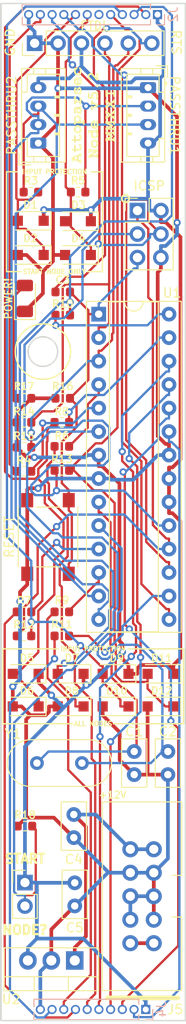
<source format=kicad_pcb>
(kicad_pcb (version 20171130) (host pcbnew "(5.1.6)-1")
  (layers (0 F.Cu signal) (31 B.Cu signal) (34 B.Paste user) (35 F.Paste user) (36 B.SilkS user) (37 F.SilkS user) (38 B.Mask user) (39 F.Mask user) (44 Edge.Cuts user))
  (net 0 "")
  (net 1 GND)
  (net 2 -12V)
  (net 3 +5V)
  (net 4 +12V)
  (net 5 LED_MAIN)
  (net 6 INPUT_CLOCK_MAIN_RAW)
  (net 7 INPUT_1_MAIN_RAW)
  (net 8 INPUT_2_MAIN_RAW)
  (net 9 INPUT_3_MAIN_RAW)
  (net 10 OUTPUT_1_MAIN_RAW)
  (net 11 OUTPUT_2_MAIN_RAW)
  (net 12 OUTPUT_3_MAIN_RAW)
  (net 13 OUTPUT_4_MAIN_RAW)
  (net 14 OUTPUT_IDENT_MAIN_RAW)
  (net 15 RESET)
  (net 16 CRYSTAL1)
  (net 17 CRYSTAL2)
  (net 18 DPIN_2)
  (net 19 APIN_4)
  (net 20 APIN_3)
  (net 21 APIN_2)
  (net 22 APIN_1)
  (net 23 APIN_0)
  (net 24 APIN_5)
  (net 25 DPIN_4)
  (net 26 DPIN_7)
  (net 27 INPUT_RESET_MAIN_RAW)
  (net 28 INPUT_3_MAIN)
  (net 29 INPUT_4_MAIN_RAW)
  (net 30 "Net-(D13-Pad2)")
  (net 31 RX_DPIN_0)
  (net 32 TX_DPIN_1)
  (net 33 INPUT_4_MAIN)
  (net 34 CLOCK_MAIN)
  (net 35 "Net-(C3-Pad2)")
  (net 36 "Net-(J2-Pad6)")
  (net 37 MOSI_PWM_DPIN_11)
  (net 38 OUTPUT_IDENT_MAIN)
  (net 39 OUTPUT_2_MAIN)
  (net 40 OUTPUT_3_MAIN)
  (net 41 OUTPUT_4_MAIN)
  (module LOGO (layer F.Cu) (at 7.7 -97.967674 90)
    (fp_text reference G*** hide)
    (fp_text value LOGO hide)
  )
  (module Attoparsec:Shrouded_power_header (layer F.Cu) (at 15.3 -13.45 270)
    (fp_text reference J5 (at 12.25 -3.6) (layer F.SilkS))
    (fp_text value Conn_02x05_Odd_Even)
    (fp_text user +12V (at -10.95 3.2) (layer F.SilkS) (effects (font (size 0.75 0.75))))
    (pad 10 thru_hole circle (at 5.08 -1.27 270) (size 1.75 1.75) (drill 1) (layers *.Cu *.Mask) (net 2 -12V))
    (pad 9 thru_hole circle (at 5.08 1.27 270) (size 1.75 1.75) (drill 1) (layers *.Cu *.Mask) (net 2 -12V))
    (pad 8 thru_hole circle (at 2.54 -1.27 270) (size 1.75 1.75) (drill 1) (layers *.Cu *.Mask) (net 1 GND))
    (pad 7 thru_hole circle (at 2.54 1.27 270) (size 1.75 1.75) (drill 1) (layers *.Cu *.Mask) (net 1 GND))
    (pad 6 thru_hole circle (at 0 -1.27 270) (size 1.75 1.75) (drill 1) (layers *.Cu *.Mask) (net 1 GND))
    (pad 5 thru_hole circle (at 0 1.27 270) (size 1.75 1.75) (drill 1) (layers *.Cu *.Mask) (net 1 GND))
    (pad 4 thru_hole circle (at -2.54 -1.27 270) (size 1.75 1.75) (drill 1) (layers *.Cu *.Mask) (net 1 GND))
    (pad 3 thru_hole circle (at -2.54 1.27 270) (size 1.75 1.75) (drill 1) (layers *.Cu *.Mask) (net 1 GND))
    (pad 2 thru_hole circle (at -5.08 -1.27 270) (size 1.75 1.75) (drill 1) (layers *.Cu *.Mask) (net 4 +12V))
    (pad 1 thru_hole circle (at -5.08 1.27 270) (size 1.75 1.75) (drill 1) (layers *.Cu *.Mask) (net 4 +12V))
  )
  (module Resistor_SMD:R_0603_1608Metric (layer F.Cu) (at 2.5 -59.4)
    (fp_text reference R4 (at 0 -1.19) (layer F.SilkS) (effects (font (size 0.8 0.8))))
    (fp_text value 1K)
    (pad 2 smd roundrect (at 0.7875 0) (size 0.875 0.95) (layers F.Cu F.Paste F.Mask) (net 38 OUTPUT_IDENT_MAIN))
    (pad 1 smd roundrect (at -0.7875 0) (size 0.875 0.95) (layers F.Cu F.Paste F.Mask) (net 14 OUTPUT_IDENT_MAIN_RAW))
  )
  (module Resistor_SMD:R_0603_1608Metric (layer F.Cu) (at 3.25 -89.6)
    (fp_text reference R3 (at 0 -1.23) (layer F.SilkS) (effects (font (size 0.8 0.8))))
    (fp_text value 1K)
    (pad 1 smd roundrect (at -0.7875 0) (size 0.875 0.95) (layers F.Cu F.Paste F.Mask) (net 34 CLOCK_MAIN))
    (pad 2 smd roundrect (at 0.7875 0) (size 0.875 0.95) (layers F.Cu F.Paste F.Mask) (net 6 INPUT_CLOCK_MAIN_RAW))
  )
  (module Resistor_SMD:R_0603_1608Metric (layer F.Cu) (at 6.6 -62.1)
    (fp_text reference R6 (at 0 -1.15) (layer F.SilkS) (effects (font (size 0.8 0.8))))
    (fp_text value 1K)
    (pad 2 smd roundrect (at 0.7875 0) (size 0.875 0.95) (layers F.Cu F.Paste F.Mask) (net 18 DPIN_2))
    (pad 1 smd roundrect (at -0.7875 0) (size 0.875 0.95) (layers F.Cu F.Paste F.Mask) (net 10 OUTPUT_1_MAIN_RAW))
  )
  (module Resistor_SMD:R_0603_1608Metric (layer F.Cu) (at 6.7 -76.3)
    (fp_text reference R10 (at 0 -1.21) (layer F.SilkS) (effects (font (size 0.8 0.8))))
    (fp_text value 1K)
    (pad 2 smd roundrect (at 0.7875 0) (size 0.875 0.95) (layers F.Cu F.Paste F.Mask) (net 8 INPUT_2_MAIN_RAW))
    (pad 1 smd roundrect (at -0.7875 0) (size 0.875 0.95) (layers F.Cu F.Paste F.Mask) (net 24 APIN_5))
  )
  (module Crystal:Crystal_HC49-U_Vertical (layer F.Cu) (at 3.9 -27.85)
    (fp_text reference Y1 (at -2.6 -3.15) (layer F.SilkS))
    (fp_text value Crystal)
    (pad 2 thru_hole circle (at 4.88 0) (size 1.5 1.5) (drill 0.8) (layers *.Cu *.Mask) (net 17 CRYSTAL2))
    (pad 1 thru_hole circle (at 0 0) (size 1.5 1.5) (drill 0.8) (layers *.Cu *.Mask) (net 16 CRYSTAL1))
  )
  (module Resistor_SMD:R_0603_1608Metric (layer F.Cu) (at 6.6 -41.6)
    (fp_text reference R11 (at 0 -1.25) (layer F.SilkS) (effects (font (size 0.8 0.8))))
    (fp_text value 1K)
    (pad 2 smd roundrect (at 0.7875 0) (size 0.875 0.95) (layers F.Cu F.Paste F.Mask) (net 41 OUTPUT_4_MAIN))
    (pad 1 smd roundrect (at -0.7875 0) (size 0.875 0.95) (layers F.Cu F.Paste F.Mask) (net 13 OUTPUT_4_MAIN_RAW))
  )
  (module Resistor_SMD:R_0603_1608Metric (layer F.Cu) (at 2.5 -41.6)
    (fp_text reference R12 (at 0 -1.23) (layer F.SilkS) (effects (font (size 0.8 0.8))))
    (fp_text value 1K)
    (pad 2 smd roundrect (at 0.7875 0) (size 0.875 0.95) (layers F.Cu F.Paste F.Mask) (net 9 INPUT_3_MAIN_RAW))
    (pad 1 smd roundrect (at -0.7875 0) (size 0.875 0.95) (layers F.Cu F.Paste F.Mask) (net 28 INPUT_3_MAIN))
  )
  (module Resistor_SMD:R_0603_1608Metric (layer F.Cu) (at 6.6 -64.7 180)
    (fp_text reference R8 (at 0 1.17) (layer F.SilkS) (effects (font (size 0.8 0.8))))
    (fp_text value 1K)
    (pad 2 smd roundrect (at 0.7875 0 180) (size 0.875 0.95) (layers F.Cu F.Paste F.Mask) (net 7 INPUT_1_MAIN_RAW))
    (pad 1 smd roundrect (at -0.7875 0 180) (size 0.875 0.95) (layers F.Cu F.Paste F.Mask) (net 19 APIN_4))
  )
  (module Resistor_SMD:R_0603_1608Metric (layer F.Cu) (at 2.5 -44.2)
    (fp_text reference R7 (at 0 -1.21) (layer F.SilkS) (effects (font (size 0.8 0.8))))
    (fp_text value 1K)
    (pad 2 smd roundrect (at 0.7875 0) (size 0.875 0.95) (layers F.Cu F.Paste F.Mask) (net 39 OUTPUT_2_MAIN))
    (pad 1 smd roundrect (at -0.7875 0) (size 0.875 0.95) (layers F.Cu F.Paste F.Mask) (net 11 OUTPUT_2_MAIN_RAW))
  )
  (module Resistor_SMD:R_0603_1608Metric (layer F.Cu) (at 6.6 -44.2)
    (fp_text reference R9 (at 0 -1.25) (layer F.SilkS) (effects (font (size 0.8 0.8))))
    (fp_text value 1K)
    (pad 2 smd roundrect (at 0.7875 0) (size 0.875 0.95) (layers F.Cu F.Paste F.Mask) (net 40 OUTPUT_3_MAIN))
    (pad 1 smd roundrect (at -0.7875 0) (size 0.875 0.95) (layers F.Cu F.Paste F.Mask) (net 12 OUTPUT_3_MAIN_RAW))
  )
  (module Resistor_SMD:R_0603_1608Metric (layer F.Cu) (at 6.6 -59.5)
    (fp_text reference R13 (at 0 -1.23) (layer F.SilkS) (effects (font (size 0.8 0.8))))
    (fp_text value 1K)
    (pad 2 smd roundrect (at 0.7875 0) (size 0.875 0.95) (layers F.Cu F.Paste F.Mask) (net 29 INPUT_4_MAIN_RAW))
    (pad 1 smd roundrect (at -0.7875 0) (size 0.875 0.95) (layers F.Cu F.Paste F.Mask) (net 33 INPUT_4_MAIN))
  )
  (module Resistor_SMD:R_0603_1608Metric (layer F.Cu) (at 6.7 -67.3)
    (fp_text reference R16 (at 0 -1.3) (layer F.SilkS) (effects (font (size 0.8 0.8))))
    (fp_text value 1K)
    (pad 2 smd roundrect (at 0.7875 0) (size 0.875 0.95) (layers F.Cu F.Paste F.Mask) (net 15 RESET))
    (pad 1 smd roundrect (at -0.7875 0) (size 0.875 0.95) (layers F.Cu F.Paste F.Mask) (net 3 +5V))
  )
  (module Package_TO_SOT_THT:TO-220-3_Vertical (layer F.Cu) (at 8 -6.5 180)
    (fp_text reference U2 (at 6.9 -4.2) (layer F.SilkS))
    (fp_text value L7805)
    (pad 3 thru_hole oval (at 5.08 0 180) (size 1.905 2) (drill 1.1) (layers *.Cu *.Mask) (net 3 +5V))
    (pad 2 thru_hole oval (at 2.54 0 180) (size 1.905 2) (drill 1.1) (layers *.Cu *.Mask) (net 1 GND))
    (pad 1 thru_hole rect (at 0 0 180) (size 1.905 2) (drill 1.1) (layers *.Cu *.Mask) (net 4 +12V))
  )
  (module Connector_PinHeader_2.54mm:PinHeader_2x03_P2.54mm_Vertical (layer F.Cu) (at 14.8 -87.6)
    (fp_text reference ICSP (at 1.275 -2.675) (layer F.SilkS))
    (fp_text value Conn_02x03_Male)
    (pad 6 thru_hole oval (at 2.54 5.08) (size 1.7 1.7) (drill 1) (layers *.Cu *.Mask) (net 1 GND))
    (pad 5 thru_hole oval (at 0 5.08) (size 1.7 1.7) (drill 1) (layers *.Cu *.Mask) (net 15 RESET))
    (pad 4 thru_hole oval (at 2.54 2.54) (size 1.7 1.7) (drill 1) (layers *.Cu *.Mask) (net 37 MOSI_PWM_DPIN_11))
    (pad 3 thru_hole oval (at 0 2.54) (size 1.7 1.7) (drill 1) (layers *.Cu *.Mask) (net 33 INPUT_4_MAIN))
    (pad 2 thru_hole oval (at 2.54 0) (size 1.7 1.7) (drill 1) (layers *.Cu *.Mask) (net 3 +5V))
    (pad 1 thru_hole rect (at 0 0) (size 1.7 1.7) (drill 1) (layers *.Cu *.Mask) (net 28 INPUT_3_MAIN))
  )
  (module Package_DIP:DIP-28_W7.62mm_Socket (layer F.Cu) (at 10.6 -76.4)
    (fp_text reference U1 (at 7.95 -2.3) (layer F.SilkS))
    (fp_text value ATmega328P-PU)
    (pad 28 thru_hole oval (at 7.62 0) (size 1.6 1.6) (drill 0.8) (layers *.Cu *.Mask) (net 24 APIN_5))
    (pad 14 thru_hole oval (at 0 33.02) (size 1.6 1.6) (drill 0.8) (layers *.Cu *.Mask) (net 34 CLOCK_MAIN))
    (pad 27 thru_hole oval (at 7.62 2.54) (size 1.6 1.6) (drill 0.8) (layers *.Cu *.Mask) (net 19 APIN_4))
    (pad 13 thru_hole oval (at 0 30.48) (size 1.6 1.6) (drill 0.8) (layers *.Cu *.Mask) (net 26 DPIN_7))
    (pad 26 thru_hole oval (at 7.62 5.08) (size 1.6 1.6) (drill 0.8) (layers *.Cu *.Mask) (net 20 APIN_3))
    (pad 12 thru_hole oval (at 0 27.94) (size 1.6 1.6) (drill 0.8) (layers *.Cu *.Mask) (net 40 OUTPUT_3_MAIN))
    (pad 25 thru_hole oval (at 7.62 7.62) (size 1.6 1.6) (drill 0.8) (layers *.Cu *.Mask) (net 21 APIN_2))
    (pad 11 thru_hole oval (at 0 25.4) (size 1.6 1.6) (drill 0.8) (layers *.Cu *.Mask) (net 39 OUTPUT_2_MAIN))
    (pad 24 thru_hole oval (at 7.62 10.16) (size 1.6 1.6) (drill 0.8) (layers *.Cu *.Mask) (net 22 APIN_1))
    (pad 10 thru_hole oval (at 0 22.86) (size 1.6 1.6) (drill 0.8) (layers *.Cu *.Mask) (net 17 CRYSTAL2))
    (pad 23 thru_hole oval (at 7.62 12.7) (size 1.6 1.6) (drill 0.8) (layers *.Cu *.Mask) (net 23 APIN_0))
    (pad 9 thru_hole oval (at 0 20.32) (size 1.6 1.6) (drill 0.8) (layers *.Cu *.Mask) (net 16 CRYSTAL1))
    (pad 22 thru_hole oval (at 7.62 15.24) (size 1.6 1.6) (drill 0.8) (layers *.Cu *.Mask) (net 1 GND))
    (pad 8 thru_hole oval (at 0 17.78) (size 1.6 1.6) (drill 0.8) (layers *.Cu *.Mask) (net 1 GND))
    (pad 21 thru_hole oval (at 7.62 17.78) (size 1.6 1.6) (drill 0.8) (layers *.Cu *.Mask) (net 3 +5V))
    (pad 7 thru_hole oval (at 0 15.24) (size 1.6 1.6) (drill 0.8) (layers *.Cu *.Mask) (net 3 +5V))
    (pad 20 thru_hole oval (at 7.62 20.32) (size 1.6 1.6) (drill 0.8) (layers *.Cu *.Mask) (net 3 +5V))
    (pad 6 thru_hole oval (at 0 12.7) (size 1.6 1.6) (drill 0.8) (layers *.Cu *.Mask) (net 25 DPIN_4))
    (pad 19 thru_hole oval (at 7.62 22.86) (size 1.6 1.6) (drill 0.8) (layers *.Cu *.Mask) (net 33 INPUT_4_MAIN))
    (pad 5 thru_hole oval (at 0 10.16) (size 1.6 1.6) (drill 0.8) (layers *.Cu *.Mask) (net 38 OUTPUT_IDENT_MAIN))
    (pad 18 thru_hole oval (at 7.62 25.4) (size 1.6 1.6) (drill 0.8) (layers *.Cu *.Mask) (net 28 INPUT_3_MAIN))
    (pad 4 thru_hole oval (at 0 7.62) (size 1.6 1.6) (drill 0.8) (layers *.Cu *.Mask) (net 18 DPIN_2))
    (pad 17 thru_hole oval (at 7.62 27.94) (size 1.6 1.6) (drill 0.8) (layers *.Cu *.Mask) (net 37 MOSI_PWM_DPIN_11))
    (pad 3 thru_hole oval (at 0 5.08) (size 1.6 1.6) (drill 0.8) (layers *.Cu *.Mask) (net 32 TX_DPIN_1))
    (pad 16 thru_hole oval (at 7.62 30.48) (size 1.6 1.6) (drill 0.8) (layers *.Cu *.Mask) (net 41 OUTPUT_4_MAIN))
    (pad 2 thru_hole oval (at 0 2.54) (size 1.6 1.6) (drill 0.8) (layers *.Cu *.Mask) (net 31 RX_DPIN_0))
    (pad 15 thru_hole oval (at 7.62 33.02) (size 1.6 1.6) (drill 0.8) (layers *.Cu *.Mask) (net 5 LED_MAIN))
    (pad 1 thru_hole rect (at 0 0) (size 1.6 1.6) (drill 0.8) (layers *.Cu *.Mask) (net 15 RESET))
  )
  (module Resistor_SMD:R_0603_1608Metric (layer F.Cu) (at 8.3675 -89.6 180)
    (fp_text reference R5 (at 0 1.25) (layer F.SilkS) (effects (font (size 0.8 0.8))))
    (fp_text value 1K)
    (pad 1 smd roundrect (at -0.7875 0 180) (size 0.875 0.95) (layers F.Cu F.Paste F.Mask) (net 26 DPIN_7))
    (pad 2 smd roundrect (at 0.7875 0 180) (size 0.875 0.95) (layers F.Cu F.Paste F.Mask) (net 27 INPUT_RESET_MAIN_RAW))
  )
  (module Capacitor_THT:C_Disc_D5.0mm_W2.5mm_P2.50mm (layer F.Cu) (at 18.1 -26.6 90)
    (fp_text reference C2 (at 4.65 0 180) (layer F.SilkS))
    (fp_text value 22p)
    (pad 2 thru_hole circle (at 2.5 0 90) (size 1.6 1.6) (drill 0.8) (layers *.Cu *.Mask) (net 17 CRYSTAL2))
    (pad 1 thru_hole circle (at 0 0 90) (size 1.6 1.6) (drill 0.8) (layers *.Cu *.Mask) (net 1 GND))
  )
  (module Capacitor_THT:C_Disc_D5.0mm_W2.5mm_P2.50mm (layer F.Cu) (at 7.9 -22.285 270)
    (fp_text reference C4 (at 4.85 -0.000001) (layer F.SilkS))
    (fp_text value 0.33U)
    (pad 2 thru_hole circle (at 2.5 0 270) (size 1.6 1.6) (drill 0.8) (layers *.Cu *.Mask) (net 1 GND))
    (pad 1 thru_hole circle (at 0 0 270) (size 1.6 1.6) (drill 0.8) (layers *.Cu *.Mask) (net 4 +12V))
  )
  (module Capacitor_THT:C_Disc_D5.0mm_W2.5mm_P2.50mm (layer F.Cu) (at 8 -14.9 270)
    (fp_text reference C5 (at 4.85 0 180) (layer F.SilkS))
    (fp_text value 0.01U)
    (pad 1 thru_hole circle (at 0 0 270) (size 1.6 1.6) (drill 0.8) (layers *.Cu *.Mask) (net 3 +5V))
    (pad 2 thru_hole circle (at 2.5 0 270) (size 1.6 1.6) (drill 0.8) (layers *.Cu *.Mask) (net 1 GND))
  )
  (module Resistor_SMD:R_0603_1608Metric (layer F.Cu) (at 2.5 -62)
    (fp_text reference R15 (at 0 -1.21) (layer F.SilkS) (effects (font (size 0.8 0.8))))
    (fp_text value 1K)
    (pad 1 smd roundrect (at -0.7875 0) (size 0.875 0.95) (layers F.Cu F.Paste F.Mask) (net 3 +5V))
    (pad 2 smd roundrect (at 0.7875 0) (size 0.875 0.95) (layers F.Cu F.Paste F.Mask) (net 32 TX_DPIN_1))
  )
  (module Resistor_SMD:R_0603_1608Metric (layer F.Cu) (at 2.5 -64.7)
    (fp_text reference R14 (at 0 -1.17) (layer F.SilkS) (effects (font (size 0.8 0.8))))
    (fp_text value 1K)
    (pad 2 smd roundrect (at 0.7875 0) (size 0.875 0.95) (layers F.Cu F.Paste F.Mask) (net 31 RX_DPIN_0))
    (pad 1 smd roundrect (at -0.7875 0) (size 0.875 0.95) (layers F.Cu F.Paste F.Mask) (net 3 +5V))
  )
  (module Connector_PinHeader_1.27mm:PinHeader_1x10_P1.27mm_Vertical (layer B.Cu) (at 15.7 -1.2 90)
    (fp_text reference J4 (at 0 1.695 90) (layer B.SilkS) (effects (justify mirror)))
    (fp_text value Conn_01x10_Male)
    (pad 1 thru_hole rect (at 0 0 90) (size 1 1) (drill 0.65) (layers *.Cu *.Mask) (net 3 +5V))
    (pad 2 thru_hole oval (at 0 -1.27 90) (size 1 1) (drill 0.65) (layers *.Cu *.Mask) (net 23 APIN_0))
    (pad 3 thru_hole oval (at 0 -2.54 90) (size 1 1) (drill 0.65) (layers *.Cu *.Mask) (net 22 APIN_1))
    (pad 4 thru_hole oval (at 0 -3.81 90) (size 1 1) (drill 0.65) (layers *.Cu *.Mask) (net 21 APIN_2))
    (pad 5 thru_hole oval (at 0 -5.08 90) (size 1 1) (drill 0.65) (layers *.Cu *.Mask) (net 20 APIN_3))
    (pad 6 thru_hole oval (at 0 -6.35 90) (size 1 1) (drill 0.65) (layers *.Cu *.Mask) (net 10 OUTPUT_1_MAIN_RAW))
    (pad 7 thru_hole oval (at 0 -7.62 90) (size 1 1) (drill 0.65) (layers *.Cu *.Mask) (net 11 OUTPUT_2_MAIN_RAW))
    (pad 8 thru_hole oval (at 0 -8.89 90) (size 1 1) (drill 0.65) (layers *.Cu *.Mask) (net 12 OUTPUT_3_MAIN_RAW))
    (pad 9 thru_hole oval (at 0 -10.16 90) (size 1 1) (drill 0.65) (layers *.Cu *.Mask) (net 13 OUTPUT_4_MAIN_RAW))
    (pad 10 thru_hole oval (at 0 -11.43 90) (size 1 1) (drill 0.65) (layers *.Cu *.Mask) (net 1 GND))
  )
  (module Capacitor_THT:C_Disc_D5.0mm_W2.5mm_P2.50mm (layer F.Cu) (at 14.45 -26.6 90)
    (fp_text reference C1 (at 4.65 0 180) (layer F.SilkS))
    (fp_text value 22p)
    (pad 1 thru_hole circle (at 0 0 90) (size 1.6 1.6) (drill 0.8) (layers *.Cu *.Mask) (net 1 GND))
    (pad 2 thru_hole circle (at 2.5 0 90) (size 1.6 1.6) (drill 0.8) (layers *.Cu *.Mask) (net 16 CRYSTAL1))
  )
  (module Connector_PinHeader_2.54mm:PinHeader_1x06_P2.54mm_Vertical (layer F.Cu) (at 3.65 -105.7 90)
    (fp_text reference FTDI (at 1.9 6.35 180) (layer F.SilkS) (effects (font (size 0.9 0.9))))
    (fp_text value FTDI)
    (pad 1 thru_hole rect (at 0 0 90) (size 1.7 1.7) (drill 1) (layers *.Cu *.Mask) (net 1 GND))
    (pad 2 thru_hole oval (at 0 2.54 90) (size 1.7 1.7) (drill 1) (layers *.Cu *.Mask) (net 1 GND))
    (pad 3 thru_hole oval (at 0 5.08 90) (size 1.7 1.7) (drill 1) (layers *.Cu *.Mask) (net 3 +5V))
    (pad 4 thru_hole oval (at 0 7.62 90) (size 1.7 1.7) (drill 1) (layers *.Cu *.Mask) (net 31 RX_DPIN_0))
    (pad 5 thru_hole oval (at 0 10.16 90) (size 1.7 1.7) (drill 1) (layers *.Cu *.Mask) (net 32 TX_DPIN_1))
    (pad 6 thru_hole oval (at 0 12.7 90) (size 1.7 1.7) (drill 1) (layers *.Cu *.Mask) (net 35 "Net-(C3-Pad2)"))
  )
  (module Capacitor_SMD:C_0603_1608Metric (layer F.Cu) (at 6.7 -78.8 180)
    (fp_text reference C3 (at 0 1.3 180) (layer F.SilkS) (effects (font (size 0.8 0.8))))
    (fp_text value 100nF)
    (pad 1 smd roundrect (at -0.7875 0 180) (size 0.875 0.95) (layers F.Cu F.Paste F.Mask) (net 15 RESET))
    (pad 2 smd roundrect (at 0.7875 0 180) (size 0.875 0.95) (layers F.Cu F.Paste F.Mask) (net 35 "Net-(C3-Pad2)"))
  )
  (module Resistor_SMD:R_0603_1608Metric (layer F.Cu) (at 2.5 -67.3)
    (fp_text reference R17 (at 0 -1.3 180) (layer F.SilkS) (effects (font (size 0.75 0.75))))
    (fp_text value 1K)
    (pad 1 smd roundrect (at -0.7875 0) (size 0.875 0.95) (layers F.Cu F.Paste F.Mask) (net 30 "Net-(D13-Pad2)"))
    (pad 2 smd roundrect (at 0.7875 0) (size 0.875 0.95) (layers F.Cu F.Paste F.Mask) (net 3 +5V))
  )
  (module Button_Switch_SMD:SW_SPST_PTS645 (layer F.Cu) (at 5.1 -52.3 270)
    (fp_text reference RESET (at 0 4.2 270) (layer F.SilkS))
    (fp_text value SW_SPST)
    (pad 2 smd rect (at -3.98 2.25 270) (size 1.55 1.3) (layers F.Cu F.Paste F.Mask) (net 1 GND))
    (pad 1 smd rect (at -3.98 -2.25 270) (size 1.55 1.3) (layers F.Cu F.Paste F.Mask) (net 15 RESET))
    (pad 1 smd rect (at 3.98 -2.25 270) (size 1.55 1.3) (layers F.Cu F.Paste F.Mask) (net 15 RESET))
    (pad 2 smd rect (at 3.98 2.25 270) (size 1.55 1.3) (layers F.Cu F.Paste F.Mask) (net 1 GND))
  )
  (module Diode_SMD:D_SOD-123F (layer F.Cu) (at 3.2325 -86.5 180)
    (fp_text reference D1 (at 0.0325 1.7) (layer F.SilkS) (effects (font (size 0.8 0.8))))
    (fp_text value Bat85)
    (pad 2 smd rect (at 1.4 0 180) (size 1.1 1.1) (layers F.Cu F.Paste F.Mask) (net 6 INPUT_CLOCK_MAIN_RAW))
    (pad 1 smd rect (at -1.4 0 180) (size 1.1 1.1) (layers F.Cu F.Paste F.Mask) (net 3 +5V))
  )
  (module Diode_SMD:D_SOD-123F (layer F.Cu) (at 3.2325 -82.8 180)
    (fp_text reference D2 (at 0.0325 1.8) (layer F.SilkS) (effects (font (size 0.8 0.8))))
    (fp_text value Bat85)
    (pad 1 smd rect (at -1.4 0 180) (size 1.1 1.1) (layers F.Cu F.Paste F.Mask) (net 6 INPUT_CLOCK_MAIN_RAW))
    (pad 2 smd rect (at 1.4 0 180) (size 1.1 1.1) (layers F.Cu F.Paste F.Mask) (net 1 GND))
  )
  (module Diode_SMD:D_SOD-123F (layer F.Cu) (at 8.35 -86.45 180)
    (fp_text reference D3 (at -0.05 1.75) (layer F.SilkS) (effects (font (size 0.8 0.8))))
    (fp_text value Bat85)
    (pad 2 smd rect (at 1.4 0 180) (size 1.1 1.1) (layers F.Cu F.Paste F.Mask) (net 27 INPUT_RESET_MAIN_RAW))
    (pad 1 smd rect (at -1.4 0 180) (size 1.1 1.1) (layers F.Cu F.Paste F.Mask) (net 3 +5V))
  )
  (module Diode_SMD:D_SOD-123F (layer F.Cu) (at 8.35 -82.8 180)
    (fp_text reference D4 (at -0.05 1.8) (layer F.SilkS) (effects (font (size 0.8 0.8))))
    (fp_text value Bat85)
    (pad 1 smd rect (at -1.4 0 180) (size 1.1 1.1) (layers F.Cu F.Paste F.Mask) (net 27 INPUT_RESET_MAIN_RAW))
    (pad 2 smd rect (at 1.4 0 180) (size 1.1 1.1) (layers F.Cu F.Paste F.Mask) (net 1 GND))
  )
  (module Diode_SMD:D_SOD-123F (layer F.Cu) (at 2.6825 -37.5 180)
    (fp_text reference D5 (at -0.127 1.695) (layer F.SilkS) (effects (font (size 0.8 0.8))))
    (fp_text value Bat85)
    (pad 2 smd rect (at 1.4 0 180) (size 1.1 1.1) (layers F.Cu F.Paste F.Mask) (net 7 INPUT_1_MAIN_RAW))
    (pad 1 smd rect (at -1.4 0 180) (size 1.1 1.1) (layers F.Cu F.Paste F.Mask) (net 3 +5V))
  )
  (module Diode_SMD:D_SOD-123F (layer F.Cu) (at 2.6825 -33.975 180)
    (fp_text reference D6 (at -0.127 1.695) (layer F.SilkS) (effects (font (size 0.8 0.8))))
    (fp_text value Bat85)
    (pad 1 smd rect (at -1.4 0 180) (size 1.1 1.1) (layers F.Cu F.Paste F.Mask) (net 7 INPUT_1_MAIN_RAW))
    (pad 2 smd rect (at 1.4 0 180) (size 1.1 1.1) (layers F.Cu F.Paste F.Mask) (net 1 GND))
  )
  (module Diode_SMD:D_SOD-123F (layer F.Cu) (at 7.555 -37.5 180)
    (fp_text reference D7 (at -0.127 1.695) (layer F.SilkS) (effects (font (size 0.8 0.8))))
    (fp_text value Bat85)
    (pad 1 smd rect (at -1.4 0 180) (size 1.1 1.1) (layers F.Cu F.Paste F.Mask) (net 3 +5V))
    (pad 2 smd rect (at 1.4 0 180) (size 1.1 1.1) (layers F.Cu F.Paste F.Mask) (net 8 INPUT_2_MAIN_RAW))
  )
  (module Diode_SMD:D_SOD-123F (layer F.Cu) (at 7.555 -33.975 180)
    (fp_text reference D8 (at -0.127 1.695) (layer F.SilkS) (effects (font (size 0.8 0.8))))
    (fp_text value Bat85)
    (pad 2 smd rect (at 1.4 0 180) (size 1.1 1.1) (layers F.Cu F.Paste F.Mask) (net 1 GND))
    (pad 1 smd rect (at -1.4 0 180) (size 1.1 1.1) (layers F.Cu F.Paste F.Mask) (net 8 INPUT_2_MAIN_RAW))
  )
  (module Diode_SMD:D_SOD-123F (layer F.Cu) (at 12.4275 -37.5 180)
    (fp_text reference D9 (at -0.127 1.695) (layer F.SilkS) (effects (font (size 0.8 0.8))))
    (fp_text value Bat85)
    (pad 2 smd rect (at 1.4 0 180) (size 1.1 1.1) (layers F.Cu F.Paste F.Mask) (net 9 INPUT_3_MAIN_RAW))
    (pad 1 smd rect (at -1.4 0 180) (size 1.1 1.1) (layers F.Cu F.Paste F.Mask) (net 3 +5V))
  )
  (module Diode_SMD:D_SOD-123F (layer F.Cu) (at 12.4275 -33.975 180)
    (fp_text reference D10 (at -0.127 1.695) (layer F.SilkS) (effects (font (size 0.8 0.8))))
    (fp_text value Bat85)
    (pad 1 smd rect (at -1.4 0 180) (size 1.1 1.1) (layers F.Cu F.Paste F.Mask) (net 9 INPUT_3_MAIN_RAW))
    (pad 2 smd rect (at 1.4 0 180) (size 1.1 1.1) (layers F.Cu F.Paste F.Mask) (net 1 GND))
  )
  (module Diode_SMD:D_SOD-123F (layer F.Cu) (at 17.3 -37.5 180)
    (fp_text reference D11 (at -0.127 1.695) (layer F.SilkS) (effects (font (size 0.8 0.8))))
    (fp_text value Bat85)
    (pad 1 smd rect (at -1.4 0 180) (size 1.1 1.1) (layers F.Cu F.Paste F.Mask) (net 3 +5V))
    (pad 2 smd rect (at 1.4 0 180) (size 1.1 1.1) (layers F.Cu F.Paste F.Mask) (net 29 INPUT_4_MAIN_RAW))
  )
  (module Diode_SMD:D_SOD-123F (layer F.Cu) (at 17.3 -33.975 180)
    (fp_text reference D12 (at -0.127 1.695) (layer F.SilkS) (effects (font (size 0.8 0.8))))
    (fp_text value Bat85)
    (pad 2 smd rect (at 1.4 0 180) (size 1.1 1.1) (layers F.Cu F.Paste F.Mask) (net 1 GND))
    (pad 1 smd rect (at -1.4 0 180) (size 1.1 1.1) (layers F.Cu F.Paste F.Mask) (net 29 INPUT_4_MAIN_RAW))
  )
  (module Connector_JST:JST_PH_B4B-PH-K_1x04_P2.00mm_Vertical (layer F.Cu) (at 15.95 -100.9 270)
    (fp_text reference PASSTHRU1 (at 3 -2.9 270 unlocked) (layer F.SilkS))
    (fp_text value Conn_01x04_Male)
    (pad 1 thru_hole roundrect (at 0 0 270) (size 1.2 1.75) (drill 0.75) (layers *.Cu *.Mask) (roundrect_rratio 0.208333) (net 1 GND))
    (pad 2 thru_hole oval (at 2 0 270) (size 1.2 1.75) (drill 0.75) (layers *.Cu *.Mask) (net 26 DPIN_7))
    (pad 3 thru_hole oval (at 4 0 270) (size 1.2 1.75) (drill 0.75) (layers *.Cu *.Mask) (net 34 CLOCK_MAIN))
    (pad 4 thru_hole oval (at 6 0 270) (size 1.2 1.75) (drill 0.75) (layers *.Cu *.Mask) (net 3 +5V))
  )
  (module Connector_JST:JST_PH_B4B-PH-K_1x04_P2.00mm_Vertical (layer F.Cu) (at 4.05 -94.9 90)
    (fp_text reference PASSTHRU2 (at 3 -2.9 90) (layer F.SilkS))
    (fp_text value Conn_01x04_Male)
    (pad 4 thru_hole oval (at 6 0 90) (size 1.2 1.75) (drill 0.75) (layers *.Cu *.Mask) (net 3 +5V))
    (pad 3 thru_hole oval (at 4 0 90) (size 1.2 1.75) (drill 0.75) (layers *.Cu *.Mask) (net 34 CLOCK_MAIN))
    (pad 2 thru_hole oval (at 2 0 90) (size 1.2 1.75) (drill 0.75) (layers *.Cu *.Mask) (net 26 DPIN_7))
    (pad 1 thru_hole roundrect (at 0 0 90) (size 1.2 1.75) (drill 0.75) (layers *.Cu *.Mask) (roundrect_rratio 0.208333) (net 1 GND))
  )
  (module Connector_PinHeader_1.27mm:PinHeader_1x12_P1.27mm_Vertical (layer B.Cu) (at 16.975 -108.8 90)
    (fp_text reference J2 (at 0 1.695 -90) (layer B.SilkS) (effects (justify mirror)))
    (fp_text value Conn_01x12_Male)
    (pad 1 thru_hole rect (at 0 0 90) (size 1 1) (drill 0.65) (layers *.Cu *.Mask) (net 3 +5V))
    (pad 2 thru_hole oval (at 0 -1.27 90) (size 1 1) (drill 0.65) (layers *.Cu *.Mask) (net 7 INPUT_1_MAIN_RAW))
    (pad 3 thru_hole oval (at 0 -2.54 90) (size 1 1) (drill 0.65) (layers *.Cu *.Mask) (net 8 INPUT_2_MAIN_RAW))
    (pad 4 thru_hole oval (at 0 -3.81 90) (size 1 1) (drill 0.65) (layers *.Cu *.Mask) (net 9 INPUT_3_MAIN_RAW))
    (pad 5 thru_hole oval (at 0 -5.08 90) (size 1 1) (drill 0.65) (layers *.Cu *.Mask) (net 29 INPUT_4_MAIN_RAW))
    (pad 6 thru_hole oval (at 0 -6.35 90) (size 1 1) (drill 0.65) (layers *.Cu *.Mask) (net 36 "Net-(J2-Pad6)"))
    (pad 7 thru_hole oval (at 0 -7.62 90) (size 1 1) (drill 0.65) (layers *.Cu *.Mask) (net 27 INPUT_RESET_MAIN_RAW))
    (pad 8 thru_hole oval (at 0 -8.89 90) (size 1 1) (drill 0.65) (layers *.Cu *.Mask) (net 6 INPUT_CLOCK_MAIN_RAW))
    (pad 9 thru_hole oval (at 0 -10.16 90) (size 1 1) (drill 0.65) (layers *.Cu *.Mask) (net 5 LED_MAIN))
    (pad 10 thru_hole oval (at 0 -11.43 90) (size 1 1) (drill 0.65) (layers *.Cu *.Mask) (net 37 MOSI_PWM_DPIN_11))
    (pad 11 thru_hole oval (at 0 -12.7 90) (size 1 1) (drill 0.65) (layers *.Cu *.Mask) (net 14 OUTPUT_IDENT_MAIN_RAW))
    (pad 12 thru_hole oval (at 0 -13.97 90) (size 1 1) (drill 0.65) (layers *.Cu *.Mask) (net 1 GND))
  )
  (module Connector_PinHeader_2.54mm:PinHeader_1x02_P2.54mm_Vertical (layer F.Cu) (at 2.6 -14.925)
    (fp_text reference START1 hide)
    (fp_text value Conn_01x02_Male)
    (pad 1 thru_hole rect (at 0 0) (size 1.7 1.7) (drill 1) (layers *.Cu *.Mask) (net 3 +5V))
    (pad 2 thru_hole oval (at 0 2.54) (size 1.7 1.7) (drill 1) (layers *.Cu *.Mask) (net 25 DPIN_4))
  )
  (module Resistor_SMD:R_0603_1608Metric (layer F.Cu) (at 2.6 -21.035)
    (fp_text reference R18 (at 0 -1.2) (layer F.SilkS) (effects (font (size 0.8 0.8))))
    (fp_text value 1K)
    (pad 1 smd roundrect (at -0.7875 0) (size 0.875 0.95) (layers F.Cu F.Paste F.Mask) (net 1 GND))
    (pad 2 smd roundrect (at 0.7875 0) (size 0.875 0.95) (layers F.Cu F.Paste F.Mask) (net 25 DPIN_4))
  )
  (module LED_SMD:LED_1206_3216Metric (layer F.Cu) (at 2.6 -78.1 90)
    (fp_text reference POWER! (at -0.020001 -1.8 90) (layer F.SilkS) (effects (font (size 0.8 0.8))))
    (fp_text value LED)
    (pad 1 smd roundrect (at -1.4 0 90) (size 1.25 1.75) (layers F.Cu F.Paste F.Mask) (roundrect_rratio 0.2) (net 1 GND))
    (pad 2 smd roundrect (at 1.4 0 90) (size 1.25 1.75) (layers F.Cu F.Paste F.Mask) (roundrect_rratio 0.2) (net 30 "Net-(D13-Pad2)"))
  )
  (gr_text NODE? (at 2.6 -9.8) (layer F.SilkS) (effects (font (size 1 1) (thickness 0.25))))
  (gr_text START (at 2.6 -17.5) (layer F.SilkS) (effects (font (size 1 1) (thickness 0.25))))
  (gr_circle (center 13.5 -88.9) (end 13.9 -88.9) (layer F.SilkS) (width 0.2))
  (gr_text "ALL NODES" (at 10 -32.1) (layer F.SilkS) (effects (font (size 0.5 0.5) (thickness 0.125))))
  (gr_line (start 0.2 -32.1) (end 7.8 -32.1) (layer F.SilkS) (width 0.15))
  (gr_line (start 12.2 -32.1) (end 19.8 -32.1) (layer F.SilkS) (width 0.15))
  (gr_line (start 0.2 -40.2) (end 0.2 -32.1) (layer F.SilkS) (width 0.15))
  (gr_line (start 19.8 -40.2) (end 19.8 -32.1) (layer F.SilkS) (width 0.15))
  (gr_line (start 9.4 -81) (end 11 -81) (layer F.SilkS) (width 0.15))
  (gr_text "START NODE ONLY" (at 5.8 -81) (layer F.SilkS) (effects (font (size 0.5 0.5) (thickness 0.125))))
  (gr_line (start 11 -81) (end 11 -91.8) (layer F.SilkS) (width 0.15))
  (gr_line (start 0.2 -40.2) (end 6.2 -40.2) (layer F.SilkS) (width 0.15))
  (gr_line (start 13.8 -40.2) (end 19.8 -40.2) (layer F.SilkS) (width 0.15))
  (gr_text RTS (at 19 -105.8 -90) (layer F.SilkS) (effects (font (size 1 1))))
  (gr_text GND (at 1 -105.799999 90) (layer F.SilkS) (effects (font (size 1 1))))
  (gr_line (start 11 -91.8) (end 9.8 -91.8) (layer F.SilkS) (width 0.15))
  (gr_circle (center 4.55 -72.35) (end 7.55 -72.35) (layer F.SilkS) (width 0.15))
  (gr_circle (center 4.55 -72.35) (end 6.15 -72.35) (layer Edge.Cuts) (width 0.15))
  (gr_text "INPUT PROTECTION" (at 10 -40.2) (layer F.SilkS) (effects (font (size 0.5 0.5) (thickness 0.125))))
  (gr_text "INPUT PROTECTION" (at 5.8 -91.8) (layer F.SilkS) (effects (font (size 0.5 0.5) (thickness 0.125))))
  (gr_line (start 0.6 -81) (end 2.2 -81) (layer F.SilkS) (width 0.15))
  (gr_line (start 0.6 -91.8) (end 1.8 -91.8) (layer F.SilkS) (width 0.15))
  (gr_line (start 0.6 -91.8) (end 0.6 -81) (layer F.SilkS) (width 0.15))
  (gr_line (start 20 0) (end 0 0) (layer Edge.Cuts) (width 0.15))
  (gr_line (start 0 0) (end 0 -110) (layer Edge.Cuts) (width 0.15))
  (gr_line (start 20 -110) (end 20 0) (layer Edge.Cuts) (width 0.15))
  (gr_line (start 0 -110) (end 20 -110) (layer Edge.Cuts) (width 0.15))
  (segment (start 4.5514 -81.0314) (end 5.6411 -82.1211) (width 0.4) (layer F.Cu) (net 1))
  (segment (start 5.6411 -82.1211) (end 5.6411 -82.8) (width 0.4) (layer F.Cu) (net 1))
  (segment (start 2.6 -76.7) (end 4.5514 -78.6514) (width 0.4) (layer F.Cu) (net 1))
  (segment (start 4.5514 -78.6514) (end 4.5514 -81.0314) (width 0.4) (layer F.Cu) (net 1))
  (segment (start 4.5514 -81.0314) (end 2.7828 -82.8) (width 0.4) (layer F.Cu) (net 1))
  (segment (start 1.8325 -82.8) (end 2.7828 -82.8) (width 0.4) (layer F.Cu) (net 1))
  (segment (start 5.6411 -82.8) (end 5.6411 -93.3089) (width 0.4) (layer F.Cu) (net 1))
  (segment (start 5.6411 -93.3089) (end 4.05 -94.9) (width 0.4) (layer F.Cu) (net 1))
  (segment (start 5.9997 -82.8) (end 5.6411 -82.8) (width 0.4) (layer F.Cu) (net 1))
  (segment (start 6.95 -82.8) (end 5.9997 -82.8) (width 0.4) (layer F.Cu) (net 1))
  (segment (start 2.85 -57.4553) (end 2.9625 -57.5678) (width 0.4) (layer F.Cu) (net 1))
  (segment (start 2.9625 -57.5678) (end 4.0259 -57.5678) (width 0.4) (layer F.Cu) (net 1))
  (segment (start 9.3997 -58.62) (end 5.0781 -58.62) (width 0.4) (layer B.Cu) (net 1))
  (segment (start 5.0781 -58.62) (end 4.0259 -57.5678) (width 0.4) (layer B.Cu) (net 1))
  (segment (start 10.6 -58.62) (end 11.8003 -58.62) (width 0.4) (layer B.Cu) (net 1))
  (segment (start 18.22 -61.16) (end 17.0197 -61.16) (width 0.4) (layer B.Cu) (net 1))
  (segment (start 17.0197 -61.16) (end 14.3546 -58.4949) (width 0.4) (layer B.Cu) (net 1))
  (segment (start 14.3546 -58.4949) (end 11.9254 -58.4949) (width 0.4) (layer B.Cu) (net 1))
  (segment (start 11.9254 -58.4949) (end 11.8003 -58.62) (width 0.4) (layer B.Cu) (net 1))
  (segment (start 14.03 -15.99) (end 16.57 -15.99) (width 0.4) (layer B.Cu) (net 1))
  (segment (start 11.6425 -16.0425) (end 11.695 -15.99) (width 0.4) (layer B.Cu) (net 1))
  (segment (start 11.695 -15.99) (end 14.03 -15.99) (width 0.4) (layer B.Cu) (net 1))
  (segment (start 7.9 -19.785) (end 11.6425 -16.0425) (width 0.4) (layer B.Cu) (net 1))
  (segment (start 8 -12.4) (end 11.6425 -16.0425) (width 0.4) (layer B.Cu) (net 1))
  (segment (start 14.03 -13.45) (end 14.03 -10.91) (width 0.4) (layer B.Cu) (net 1))
  (segment (start 14.03 -13.45) (end 16.57 -13.45) (width 0.4) (layer B.Cu) (net 1))
  (segment (start 17.34 -82.52) (end 17.34 -83.7703) (width 0.4) (layer B.Cu) (net 1))
  (segment (start 15.95 -100.9) (end 19.0905 -97.7595) (width 0.4) (layer F.Cu) (net 1))
  (segment (start 19.0905 -97.7595) (end 19.0905 -86.2971) (width 0.4) (layer F.Cu) (net 1))
  (segment (start 19.0905 -86.2971) (end 19.0905 -85.0027) (width 0.4) (layer B.Cu) (net 1))
  (segment (start 19.0905 -85.0027) (end 17.8581 -83.7703) (width 0.4) (layer B.Cu) (net 1))
  (segment (start 17.8581 -83.7703) (end 17.34 -83.7703) (width 0.4) (layer B.Cu) (net 1))
  (segment (start 14.45 -26.6) (end 12.8771 -28.1729) (width 0.4) (layer F.Cu) (net 1))
  (segment (start 12.8771 -28.1729) (end 12.8771 -31.1751) (width 0.4) (layer F.Cu) (net 1))
  (segment (start 12.8771 -31.1751) (end 11.0275 -33.0247) (width 0.4) (layer F.Cu) (net 1))
  (segment (start 15.95 -100.9) (end 15.8767 -100.8267) (width 0.4) (layer B.Cu) (net 1))
  (segment (start 15.8767 -100.8267) (end 6.19 -100.8267) (width 0.4) (layer B.Cu) (net 1))
  (segment (start 6.19 -100.8267) (end 6.19 -105.7) (width 0.4) (layer F.Cu) (net 1))
  (segment (start 4.05 -94.9) (end 6.19 -97.04) (width 0.4) (layer F.Cu) (net 1))
  (segment (start 6.19 -97.04) (end 6.19 -100.8267) (width 0.4) (layer F.Cu) (net 1))
  (segment (start 11.0275 -33.975) (end 11.0275 -33.0247) (width 0.4) (layer F.Cu) (net 1))
  (segment (start 15.9 -26.6) (end 14.45 -26.6) (width 0.4) (layer F.Cu) (net 1))
  (segment (start 2.0697 -45.331) (end 2.0697 -36.9124) (width 0.4) (layer B.Cu) (net 1))
  (segment (start 2.0697 -36.9124) (end 1.2825 -36.1252) (width 0.4) (layer B.Cu) (net 1))
  (segment (start 2.7333 -21.9479) (end 2.7254 -21.9479) (width 0.4) (layer F.Cu) (net 1))
  (segment (start 2.7254 -21.9479) (end 1.8125 -21.035) (width 0.4) (layer F.Cu) (net 1))
  (segment (start 7.9 -19.785) (end 5.7371 -21.9479) (width 0.4) (layer F.Cu) (net 1))
  (segment (start 5.7371 -21.9479) (end 2.7333 -21.9479) (width 0.4) (layer F.Cu) (net 1))
  (segment (start 3.1831 -33.0247) (end 2.7333 -32.5749) (width 0.4) (layer F.Cu) (net 1))
  (segment (start 2.7333 -32.5749) (end 2.7333 -21.9479) (width 0.4) (layer F.Cu) (net 1))
  (segment (start 3.1831 -33.0247) (end 4.8484 -33.0247) (width 0.4) (layer F.Cu) (net 1))
  (segment (start 4.8484 -33.0247) (end 5.2047 -33.381) (width 0.4) (layer F.Cu) (net 1))
  (segment (start 5.2047 -33.381) (end 5.2047 -33.975) (width 0.4) (layer F.Cu) (net 1))
  (segment (start 2.2328 -33.975) (end 3.1831 -33.0247) (width 0.4) (layer F.Cu) (net 1))
  (segment (start 6.19 -105.7) (end 4.9397 -105.7) (width 0.4) (layer B.Cu) (net 1))
  (segment (start 3.65 -105.707) (end 3.65 -106.9503) (width 0.4) (layer B.Cu) (net 1))
  (segment (start 3.65 -105.7) (end 3.65 -105.707) (width 0.4) (layer B.Cu) (net 1))
  (segment (start 4.9397 -105.7) (end 4.9327 -105.707) (width 0.4) (layer B.Cu) (net 1))
  (segment (start 4.9327 -105.707) (end 3.65 -105.707) (width 0.4) (layer B.Cu) (net 1))
  (segment (start 6.155 -33.975) (end 5.2047 -33.975) (width 0.4) (layer F.Cu) (net 1))
  (segment (start 1.2825 -33.975) (end 2.2328 -33.975) (width 0.4) (layer F.Cu) (net 1))
  (segment (start 1.2825 -36.1252) (end 1.2825 -33.975) (width 0.4) (layer F.Cu) (net 1))
  (segment (start 2.85 -47.1447) (end 2.0697 -46.3644) (width 0.4) (layer F.Cu) (net 1))
  (segment (start 2.0697 -46.3644) (end 2.0697 -45.331) (width 0.4) (layer F.Cu) (net 1))
  (segment (start 5.46 -6.5) (end 4.27 -5.31) (width 0.4) (layer B.Cu) (net 1))
  (segment (start 4.27 -5.31) (end 4.27 -1.2) (width 0.4) (layer B.Cu) (net 1))
  (segment (start 18.1 -26.6) (end 15.9 -26.6) (width 0.4) (layer F.Cu) (net 1))
  (segment (start 15.9 -26.6) (end 15.9 -33.0247) (width 0.4) (layer F.Cu) (net 1))
  (segment (start 15.9 -33.975) (end 15.9 -33.0247) (width 0.4) (layer F.Cu) (net 1))
  (segment (start 16.57 -15.99) (end 18.1 -17.52) (width 0.4) (layer B.Cu) (net 1))
  (segment (start 18.1 -17.52) (end 18.1 -26.6) (width 0.4) (layer B.Cu) (net 1))
  (segment (start 2.85 -48.32) (end 2.85 -47.1447) (width 0.4) (layer F.Cu) (net 1))
  (segment (start 2.85 -48.32) (end 2.85 -56.28) (width 0.4) (layer F.Cu) (net 1))
  (segment (start 5.46 -6.5) (end 5.46 -9.86) (width 0.4) (layer F.Cu) (net 1))
  (segment (start 5.46 -9.86) (end 8 -12.4) (width 0.4) (layer F.Cu) (net 1))
  (segment (start 9.9999 -58.62) (end 10.6 -58.62) (width 0.4) (layer B.Cu) (net 1))
  (segment (start 16.57 -13.45) (end 16.57 -10.91) (width 0.4) (layer F.Cu) (net 1))
  (segment (start 16.57 -15.99) (end 16.57 -13.45) (width 0.4) (layer F.Cu) (net 1))
  (segment (start 18.22 -61.16) (end 18.22 -62.3603) (width 0.4) (layer F.Cu) (net 1))
  (segment (start 17.34 -82.52) (end 17.34 -81.2697) (width 0.4) (layer F.Cu) (net 1))
  (segment (start 17.34 -81.2697) (end 16.9953 -80.925) (width 0.4) (layer F.Cu) (net 1))
  (segment (start 16.9953 -80.925) (end 16.9953 -63.2119) (width 0.4) (layer F.Cu) (net 1))
  (segment (start 16.9953 -63.2119) (end 17.8469 -62.3603) (width 0.4) (layer F.Cu) (net 1))
  (segment (start 17.8469 -62.3603) (end 18.22 -62.3603) (width 0.4) (layer F.Cu) (net 1))
  (segment (start 9.9999 -58.62) (end 9.3997 -58.62) (width 0.4) (layer B.Cu) (net 1))
  (segment (start 2.85 -56.28) (end 2.85 -57.4553) (width 0.4) (layer F.Cu) (net 1))
  (segment (start 3.005 -108.8) (end 3.005 -107.5953) (width 0.4) (layer B.Cu) (net 1))
  (segment (start 3.005 -107.5953) (end 3.65 -106.9503) (width 0.4) (layer B.Cu) (net 1))
  (via (at 19.0905 -86.2971) (size 0.8) (layers F.Cu B.Cu) (net 1))
  (via (at 6.19 -100.8267) (size 0.8) (layers F.Cu B.Cu) (net 1))
  (via (at 1.2825 -36.1252) (size 0.8) (layers F.Cu B.Cu) (net 1))
  (via (at 2.0697 -45.331) (size 0.8) (layers F.Cu B.Cu) (net 1))
  (via (at 4.0259 -57.5678) (size 0.8) (layers F.Cu B.Cu) (net 1))
  (segment (start 14.03 -8.37) (end 16.57 -8.37) (width 0.4) (layer F.Cu) (net 2))
  (segment (start 4.6325 -86.5) (end 4.6325 -87.6465) (width 0.4) (layer F.Cu) (net 3))
  (segment (start 4.6325 -87.6465) (end 4.6605 -87.6745) (width 0.4) (layer F.Cu) (net 3))
  (segment (start 9.75 -87.6745) (end 4.6605 -87.6745) (width 0.4) (layer B.Cu) (net 3))
  (segment (start 15.95 -88.883) (end 10.9585 -88.883) (width 0.4) (layer B.Cu) (net 3))
  (segment (start 10.9585 -88.883) (end 9.75 -87.6745) (width 0.4) (layer B.Cu) (net 3))
  (segment (start 9.75 -87.4003) (end 9.75 -87.6745) (width 0.4) (layer F.Cu) (net 3))
  (segment (start 15.95 -88.883) (end 15.95 -93.8997) (width 0.4) (layer B.Cu) (net 3))
  (segment (start 16.0897 -87.6) (end 16.0897 -88.7433) (width 0.4) (layer B.Cu) (net 3))
  (segment (start 16.0897 -88.7433) (end 15.95 -88.883) (width 0.4) (layer B.Cu) (net 3))
  (segment (start 9.75 -86.45) (end 9.75 -87.4003) (width 0.4) (layer F.Cu) (net 3))
  (segment (start 8.73 -103.208) (end 8.73 -104.4497) (width 0.4) (layer B.Cu) (net 3))
  (segment (start 4.05 -101.9003) (end 7.4223 -101.9003) (width 0.4) (layer B.Cu) (net 3))
  (segment (start 7.4223 -101.9003) (end 8.73 -103.208) (width 0.4) (layer B.Cu) (net 3))
  (segment (start 8.73 -103.208) (end 10.4782 -101.4598) (width 0.4) (layer B.Cu) (net 3))
  (segment (start 10.4782 -101.4598) (end 14.1359 -101.4598) (width 0.4) (layer B.Cu) (net 3))
  (segment (start 14.1359 -101.4598) (end 14.5878 -101.9117) (width 0.4) (layer B.Cu) (net 3))
  (segment (start 14.5878 -101.9117) (end 17.2587 -101.9117) (width 0.4) (layer B.Cu) (net 3))
  (segment (start 17.2587 -101.9117) (end 17.6252 -102.2782) (width 0.4) (layer B.Cu) (net 3))
  (segment (start 17.6252 -102.2782) (end 17.6252 -107.2495) (width 0.4) (layer B.Cu) (net 3))
  (segment (start 17.6252 -107.2495) (end 16.975 -107.8997) (width 0.4) (layer B.Cu) (net 3))
  (segment (start 15.95 -94.3999) (end 17.2587 -95.7086) (width 0.4) (layer B.Cu) (net 3))
  (segment (start 17.2587 -95.7086) (end 17.2587 -101.9117) (width 0.4) (layer B.Cu) (net 3))
  (segment (start 10.6 -59.9597) (end 10.973 -59.9597) (width 0.4) (layer F.Cu) (net 3))
  (segment (start 10.973 -59.9597) (end 12.8489 -58.0838) (width 0.4) (layer F.Cu) (net 3))
  (segment (start 12.8489 -58.0838) (end 12.8489 -41.0595) (width 0.4) (layer F.Cu) (net 3))
  (segment (start 12.8489 -41.0595) (end 13.1695 -40.7389) (width 0.4) (layer F.Cu) (net 3))
  (segment (start 13.1695 -40.7389) (end 13.1695 -39.887) (width 0.4) (layer F.Cu) (net 3))
  (segment (start 13.1695 -39.887) (end 13.1695 -39.1083) (width 0.4) (layer F.Cu) (net 3))
  (segment (start 13.1695 -39.1083) (end 13.8275 -38.4503) (width 0.4) (layer F.Cu) (net 3))
  (segment (start 6.8083 -33.842) (end 9.2505 -36.2842) (width 0.4) (layer B.Cu) (net 3))
  (segment (start 2.6 -16.1753) (end 2.6 -29.6337) (width 0.4) (layer B.Cu) (net 3))
  (segment (start 2.6 -29.6337) (end 6.8083 -33.842) (width 0.4) (layer B.Cu) (net 3))
  (segment (start 6.8083 -33.842) (end 5.4678 -35.1824) (width 0.4) (layer B.Cu) (net 3))
  (segment (start 4.0825 -36.5497) (end 4.1005 -36.5497) (width 0.4) (layer F.Cu) (net 3))
  (segment (start 4.1005 -36.5497) (end 5.4678 -35.1824) (width 0.4) (layer F.Cu) (net 3))
  (segment (start 4.0825 -37.5) (end 4.0825 -36.5497) (width 0.4) (layer F.Cu) (net 3))
  (segment (start 16.975 -108.8) (end 16.975 -107.8997) (width 0.4) (layer B.Cu) (net 3))
  (segment (start 15.95 -94.3999) (end 15.95 -93.8997) (width 0.4) (layer B.Cu) (net 3))
  (segment (start 15.95 -94.9) (end 15.95 -94.3999) (width 0.4) (layer B.Cu) (net 3))
  (segment (start 1.7125 -62) (end 1.7125 -64.7) (width 0.4) (layer F.Cu) (net 3))
  (segment (start 3.6278 -60.9073) (end 2.8052 -60.9073) (width 0.4) (layer F.Cu) (net 3))
  (segment (start 2.8052 -60.9073) (end 1.7125 -62) (width 0.4) (layer F.Cu) (net 3))
  (segment (start 9.2505 -36.2842) (end 9.5667 -36.2842) (width 0.4) (layer B.Cu) (net 3))
  (segment (start 9.5667 -36.2842) (end 13.1695 -39.887) (width 0.4) (layer B.Cu) (net 3))
  (segment (start 3.8879 -8.8682) (end 2.92 -7.9003) (width 0.4) (layer B.Cu) (net 3))
  (segment (start 3.8879 -14.9) (end 3.8879 -8.8682) (width 0.4) (layer B.Cu) (net 3))
  (segment (start 15.7 -2.1003) (end 8.9321 -8.8682) (width 0.4) (layer B.Cu) (net 3))
  (segment (start 8.9321 -8.8682) (end 3.8879 -8.8682) (width 0.4) (layer B.Cu) (net 3))
  (segment (start 15.7 -1.2) (end 15.7 -2.1003) (width 0.4) (layer B.Cu) (net 3))
  (segment (start 2.92 -6.5) (end 2.92 -7.9003) (width 0.4) (layer B.Cu) (net 3))
  (segment (start 3.8879 -14.9) (end 3.8629 -14.925) (width 0.4) (layer B.Cu) (net 3))
  (segment (start 3.8629 -14.925) (end 2.6 -14.925) (width 0.4) (layer B.Cu) (net 3))
  (segment (start 8 -14.9) (end 3.8879 -14.9) (width 0.4) (layer B.Cu) (net 3))
  (segment (start 2.6 -14.925) (end 2.6 -16.1753) (width 0.4) (layer B.Cu) (net 3))
  (segment (start 1.7125 -64.7) (end 1.7125 -65.725) (width 0.4) (layer F.Cu) (net 3))
  (segment (start 1.7125 -65.725) (end 3.2875 -67.3) (width 0.4) (layer F.Cu) (net 3))
  (segment (start 18.22 -58.62) (end 18.22 -59.8203) (width 0.4) (layer F.Cu) (net 3))
  (segment (start 18.22 -59.8203) (end 18.5951 -59.8203) (width 0.4) (layer F.Cu) (net 3))
  (segment (start 18.5951 -59.8203) (end 19.4647 -60.6899) (width 0.4) (layer F.Cu) (net 3))
  (segment (start 19.4647 -60.6899) (end 19.4647 -84.7431) (width 0.4) (layer F.Cu) (net 3))
  (segment (start 19.4647 -84.7431) (end 17.8581 -86.3497) (width 0.4) (layer F.Cu) (net 3))
  (segment (start 17.8581 -86.3497) (end 17.34 -86.3497) (width 0.4) (layer F.Cu) (net 3))
  (segment (start 18.22 -56.6802) (end 18.22 -58.62) (width 0.4) (layer F.Cu) (net 3))
  (segment (start 17.34 -87.6) (end 17.34 -86.3497) (width 0.4) (layer F.Cu) (net 3))
  (segment (start 17.34 -87.6) (end 16.0897 -87.6) (width 0.4) (layer B.Cu) (net 3))
  (segment (start 4.05 -100.9) (end 4.05 -101.9003) (width 0.4) (layer B.Cu) (net 3))
  (segment (start 8.73 -105.7) (end 8.73 -104.4497) (width 0.4) (layer B.Cu) (net 3))
  (segment (start 9.3997 -61.16) (end 9.147 -60.9073) (width 0.4) (layer B.Cu) (net 3))
  (segment (start 9.147 -60.9073) (end 3.6278 -60.9073) (width 0.4) (layer B.Cu) (net 3))
  (segment (start 10.6 -61.16) (end 10.6 -59.9597) (width 0.4) (layer F.Cu) (net 3))
  (segment (start 13.8275 -37.5) (end 13.8275 -38.4503) (width 0.4) (layer F.Cu) (net 3))
  (segment (start 18.22 -56.08) (end 18.22 -56.6802) (width 0.4) (layer F.Cu) (net 3))
  (segment (start 18.22 -56.08) (end 18.22 -54.8797) (width 0.4) (layer F.Cu) (net 3))
  (segment (start 18.7 -38.4503) (end 19.4521 -39.2024) (width 0.4) (layer F.Cu) (net 3))
  (segment (start 19.4521 -39.2024) (end 19.4521 -54.0206) (width 0.4) (layer F.Cu) (net 3))
  (segment (start 19.4521 -54.0206) (end 18.593 -54.8797) (width 0.4) (layer F.Cu) (net 3))
  (segment (start 18.593 -54.8797) (end 18.22 -54.8797) (width 0.4) (layer F.Cu) (net 3))
  (segment (start 8.955 -37.5) (end 8.955 -36.5497) (width 0.4) (layer F.Cu) (net 3))
  (segment (start 9.2505 -36.2842) (end 8.985 -36.5497) (width 0.4) (layer F.Cu) (net 3))
  (segment (start 8.985 -36.5497) (end 8.955 -36.5497) (width 0.4) (layer F.Cu) (net 3))
  (segment (start 10.6 -61.16) (end 9.3997 -61.16) (width 0.4) (layer B.Cu) (net 3))
  (segment (start 3.2875 -67.3) (end 5.9125 -67.3) (width 0.4) (layer F.Cu) (net 3))
  (segment (start 13.8275 -37.5) (end 14.7778 -37.5) (width 0.4) (layer F.Cu) (net 3))
  (segment (start 18.7 -37.9752) (end 18.2249 -38.4503) (width 0.4) (layer F.Cu) (net 3))
  (segment (start 18.2249 -38.4503) (end 15.1341 -38.4503) (width 0.4) (layer F.Cu) (net 3))
  (segment (start 15.1341 -38.4503) (end 14.7778 -38.094) (width 0.4) (layer F.Cu) (net 3))
  (segment (start 14.7778 -38.094) (end 14.7778 -37.5) (width 0.4) (layer F.Cu) (net 3))
  (segment (start 18.7 -37.9752) (end 18.7 -38.4503) (width 0.4) (layer F.Cu) (net 3))
  (segment (start 18.7 -37.5) (end 18.7 -37.9752) (width 0.4) (layer F.Cu) (net 3))
  (via (at 4.6605 -87.6745) (size 0.8) (layers F.Cu B.Cu) (net 3))
  (via (at 9.75 -87.6745) (size 0.8) (layers F.Cu B.Cu) (net 3))
  (via (at 5.4678 -35.1824) (size 0.8) (layers F.Cu B.Cu) (net 3))
  (via (at 13.1695 -39.887) (size 0.8) (layers F.Cu B.Cu) (net 3))
  (via (at 9.2505 -36.2842) (size 0.8) (layers F.Cu B.Cu) (net 3))
  (via (at 3.6278 -60.9073) (size 0.8) (layers F.Cu B.Cu) (net 3))
  (segment (start 7.9 -22.285) (end 10.275 -22.285) (width 0.4) (layer B.Cu) (net 4))
  (segment (start 10.275 -22.285) (end 14.03 -18.53) (width 0.4) (layer B.Cu) (net 4))
  (segment (start 8 -6.5) (end 8 -7.9003) (width 0.4) (layer F.Cu) (net 4))
  (segment (start 7.9 -22.285) (end 9.2142 -20.9708) (width 0.4) (layer F.Cu) (net 4))
  (segment (start 9.2142 -20.9708) (end 9.2142 -9.1145) (width 0.4) (layer F.Cu) (net 4))
  (segment (start 9.2142 -9.1145) (end 8 -7.9003) (width 0.4) (layer F.Cu) (net 4))
  (segment (start 14.03 -18.53) (end 16.57 -18.53) (width 0.4) (layer B.Cu) (net 4))
  (segment (start 18.22 -44.5053) (end 17.9387 -44.5053) (width 0.25) (layer F.Cu) (net 5))
  (segment (start 17.9387 -44.5053) (end 15.2284 -47.2156) (width 0.25) (layer F.Cu) (net 5))
  (segment (start 15.2284 -47.2156) (end 15.2284 -60.4819) (width 0.25) (layer F.Cu) (net 5))
  (segment (start 15.2284 -60.4819) (end 13.1264 -62.5839) (width 0.25) (layer F.Cu) (net 5))
  (segment (start 13.1264 -62.5839) (end 13.1264 -102.0128) (width 0.25) (layer F.Cu) (net 5))
  (segment (start 13.1264 -102.0128) (end 13.3737 -102.2601) (width 0.25) (layer F.Cu) (net 5))
  (segment (start 6.815 -108.8) (end 8.43 -107.185) (width 0.25) (layer B.Cu) (net 5))
  (segment (start 8.43 -107.185) (end 8.9834 -107.185) (width 0.25) (layer B.Cu) (net 5))
  (segment (start 8.9834 -107.185) (end 9.9054 -106.263) (width 0.25) (layer B.Cu) (net 5))
  (segment (start 9.9054 -106.263) (end 9.9054 -105.4003) (width 0.25) (layer B.Cu) (net 5))
  (segment (start 9.9054 -105.4003) (end 13.0456 -102.2601) (width 0.25) (layer B.Cu) (net 5))
  (segment (start 13.0456 -102.2601) (end 13.3737 -102.2601) (width 0.25) (layer B.Cu) (net 5))
  (segment (start 18.22 -43.38) (end 18.22 -44.5053) (width 0.25) (layer F.Cu) (net 5))
  (via (at 13.3737 -102.2601) (size 0.8) (layers F.Cu B.Cu) (net 5))
  (segment (start 1.8325 -88.773) (end 3.2105 -88.773) (width 0.25) (layer F.Cu) (net 6))
  (segment (start 3.2105 -88.773) (end 4.0375 -89.6) (width 0.25) (layer F.Cu) (net 6))
  (segment (start 8.085 -108.8) (end 6.46 -107.175) (width 0.25) (layer F.Cu) (net 6))
  (segment (start 6.46 -107.175) (end 5.9179 -107.175) (width 0.25) (layer F.Cu) (net 6))
  (segment (start 5.9179 -107.175) (end 4.8254 -106.0825) (width 0.25) (layer F.Cu) (net 6))
  (segment (start 4.8254 -106.0825) (end 4.8254 -104.7035) (width 0.25) (layer F.Cu) (net 6))
  (segment (start 4.8254 -104.7035) (end 1.6682 -101.5463) (width 0.25) (layer F.Cu) (net 6))
  (segment (start 1.6682 -101.5463) (end 1.6682 -88.9373) (width 0.25) (layer F.Cu) (net 6))
  (segment (start 1.6682 -88.9373) (end 1.8325 -88.773) (width 0.25) (layer F.Cu) (net 6))
  (segment (start 1.8325 -88.773) (end 1.8325 -87.3753) (width 0.25) (layer F.Cu) (net 6))
  (segment (start 1.8325 -86.5) (end 1.8325 -87.3753) (width 0.25) (layer F.Cu) (net 6))
  (segment (start 1.8325 -86.5) (end 1.8325 -85.6247) (width 0.25) (layer F.Cu) (net 6))
  (segment (start 4.6325 -82.8) (end 4.6325 -83.6753) (width 0.25) (layer F.Cu) (net 6))
  (segment (start 4.6325 -83.6753) (end 2.6831 -85.6247) (width 0.25) (layer F.Cu) (net 6))
  (segment (start 2.6831 -85.6247) (end 1.8325 -85.6247) (width 0.25) (layer F.Cu) (net 6))
  (segment (start 3.8881 -58.7315) (end 4.0512 -58.8946) (width 0.25) (layer F.Cu) (net 7))
  (segment (start 4.0512 -58.8946) (end 4.0512 -59.668) (width 0.25) (layer F.Cu) (net 7))
  (segment (start 4.0512 -59.668) (end 4.9725 -60.5893) (width 0.25) (layer F.Cu) (net 7))
  (segment (start 4.9725 -60.5893) (end 4.9725 -62.5677) (width 0.25) (layer F.Cu) (net 7))
  (segment (start 4.9725 -62.5677) (end 5.0344 -62.6296) (width 0.25) (layer F.Cu) (net 7))
  (segment (start 5.0344 -62.6296) (end 5.0344 -62.8857) (width 0.25) (layer F.Cu) (net 7))
  (segment (start 5.0344 -62.8857) (end 5.0369 -62.8882) (width 0.25) (layer F.Cu) (net 7))
  (segment (start 5.0369 -62.8882) (end 5.0369 -63.094) (width 0.25) (layer F.Cu) (net 7))
  (segment (start 5.0369 -63.094) (end 5.0385 -63.0956) (width 0.25) (layer F.Cu) (net 7))
  (segment (start 5.0385 -63.0956) (end 5.0385 -63.926) (width 0.25) (layer F.Cu) (net 7))
  (segment (start 5.0385 -63.926) (end 5.8125 -64.7) (width 0.25) (layer F.Cu) (net 7))
  (segment (start 15.705 -108.8) (end 14.8404 -109.6646) (width 0.25) (layer F.Cu) (net 7))
  (segment (start 14.8404 -109.6646) (end 2.6924 -109.6646) (width 0.25) (layer F.Cu) (net 7))
  (segment (start 2.6924 -109.6646) (end 0.4438 -107.416) (width 0.25) (layer F.Cu) (net 7))
  (segment (start 0.4438 -107.416) (end 0.4438 -59.3573) (width 0.25) (layer F.Cu) (net 7))
  (segment (start 0.4438 -59.3573) (end 1.2072 -58.5939) (width 0.25) (layer F.Cu) (net 7))
  (segment (start 1.2072 -58.5939) (end 3.7505 -58.5939) (width 0.25) (layer F.Cu) (net 7))
  (segment (start 3.7505 -58.5939) (end 3.8881 -58.7315) (width 0.25) (layer F.Cu) (net 7))
  (segment (start 1.7202 -37.5) (end 4.0512 -39.831) (width 0.25) (layer F.Cu) (net 7))
  (segment (start 4.0512 -39.831) (end 4.0512 -44.3245) (width 0.25) (layer F.Cu) (net 7))
  (segment (start 4.0512 -44.3245) (end 5.7836 -46.0569) (width 0.25) (layer F.Cu) (net 7))
  (segment (start 5.7836 -46.0569) (end 5.7836 -49.8225) (width 0.25) (layer F.Cu) (net 7))
  (segment (start 5.7836 -49.8225) (end 6.7818 -50.8207) (width 0.25) (layer F.Cu) (net 7))
  (segment (start 6.7818 -50.8207) (end 6.7818 -53.9347) (width 0.25) (layer F.Cu) (net 7))
  (segment (start 6.7818 -53.9347) (end 4.7512 -55.9653) (width 0.25) (layer F.Cu) (net 7))
  (segment (start 4.7512 -55.9653) (end 4.7512 -57.8683) (width 0.25) (layer F.Cu) (net 7))
  (segment (start 4.7512 -57.8683) (end 3.8881 -58.7315) (width 0.25) (layer F.Cu) (net 7))
  (segment (start 1.7202 -37.5) (end 2.1578 -37.5) (width 0.25) (layer F.Cu) (net 7))
  (segment (start 1.2825 -37.5) (end 1.7202 -37.5) (width 0.25) (layer F.Cu) (net 7))
  (segment (start 4.0825 -33.975) (end 4.0825 -34.8503) (width 0.25) (layer F.Cu) (net 7))
  (segment (start 4.0825 -34.8503) (end 2.1578 -36.775) (width 0.25) (layer F.Cu) (net 7))
  (segment (start 2.1578 -36.775) (end 2.1578 -37.5) (width 0.25) (layer F.Cu) (net 7))
  (segment (start 7.4875 -77.6979) (end 6.5292 -77.6979) (width 0.25) (layer B.Cu) (net 8))
  (segment (start 6.5292 -77.6979) (end 2.0499 -73.2186) (width 0.25) (layer B.Cu) (net 8))
  (segment (start 2.0499 -73.2186) (end 2.0499 -54.6684) (width 0.25) (layer B.Cu) (net 8))
  (segment (start 2.0499 -54.6684) (end 6.9883 -49.73) (width 0.25) (layer B.Cu) (net 8))
  (segment (start 6.9883 -49.73) (end 10.9554 -49.73) (width 0.25) (layer B.Cu) (net 8))
  (segment (start 10.9554 -49.73) (end 12.1817 -48.5037) (width 0.25) (layer B.Cu) (net 8))
  (segment (start 12.1817 -48.5037) (end 12.1817 -44.8331) (width 0.25) (layer B.Cu) (net 8))
  (segment (start 12.1817 -44.8331) (end 11.7314 -44.3828) (width 0.25) (layer B.Cu) (net 8))
  (segment (start 11.7314 -44.3828) (end 11.7314 -42.5974) (width 0.25) (layer B.Cu) (net 8))
  (segment (start 11.7314 -42.5974) (end 7.7863 -38.6523) (width 0.25) (layer B.Cu) (net 8))
  (segment (start 7.7863 -38.6523) (end 6.8897 -38.6523) (width 0.25) (layer B.Cu) (net 8))
  (segment (start 14.435 -108.8) (end 15.2604 -109.6254) (width 0.25) (layer B.Cu) (net 8))
  (segment (start 15.2604 -109.6254) (end 17.6119 -109.6254) (width 0.25) (layer B.Cu) (net 8))
  (segment (start 17.6119 -109.6254) (end 18.5407 -108.6966) (width 0.25) (layer B.Cu) (net 8))
  (segment (start 18.5407 -108.6966) (end 18.5407 -87.0952) (width 0.25) (layer B.Cu) (net 8))
  (segment (start 18.5407 -87.0952) (end 17.8701 -86.4246) (width 0.25) (layer B.Cu) (net 8))
  (segment (start 17.8701 -86.4246) (end 11.2934 -86.4246) (width 0.25) (layer B.Cu) (net 8))
  (segment (start 11.2934 -86.4246) (end 7.4875 -82.6187) (width 0.25) (layer B.Cu) (net 8))
  (segment (start 7.4875 -82.6187) (end 7.4875 -77.6979) (width 0.25) (layer B.Cu) (net 8))
  (segment (start 6.155 -38.3753) (end 6.6127 -38.3753) (width 0.25) (layer F.Cu) (net 8))
  (segment (start 6.6127 -38.3753) (end 6.8897 -38.6523) (width 0.25) (layer F.Cu) (net 8))
  (segment (start 6.155 -37.5) (end 6.155 -38.3753) (width 0.25) (layer F.Cu) (net 8))
  (segment (start 6.155 -37.0624) (end 6.155 -37.5) (width 0.25) (layer F.Cu) (net 8))
  (segment (start 6.155 -36.6247) (end 8.0797 -34.7) (width 0.25) (layer F.Cu) (net 8))
  (segment (start 8.0797 -34.7) (end 8.0797 -33.975) (width 0.25) (layer F.Cu) (net 8))
  (segment (start 7.4875 -76.3) (end 7.4875 -77.6979) (width 0.25) (layer F.Cu) (net 8))
  (segment (start 6.155 -37.0624) (end 6.155 -36.6247) (width 0.25) (layer F.Cu) (net 8))
  (segment (start 8.955 -33.975) (end 8.0797 -33.975) (width 0.25) (layer F.Cu) (net 8))
  (via (at 6.8897 -38.6523) (size 0.8) (layers F.Cu B.Cu) (net 8))
  (via (at 7.4875 -77.6979) (size 0.8) (layers F.Cu B.Cu) (net 8))
  (segment (start 13.165 -108.8) (end 12.3004 -109.6646) (width 0.25) (layer B.Cu) (net 9))
  (segment (start 12.3004 -109.6646) (end 2.654 -109.6646) (width 0.25) (layer B.Cu) (net 9))
  (segment (start 2.654 -109.6646) (end 0.651 -107.6616) (width 0.25) (layer B.Cu) (net 9))
  (segment (start 0.651 -107.6616) (end 0.651 -52.3504) (width 0.25) (layer B.Cu) (net 9))
  (segment (start 0.651 -52.3504) (end 3.2875 -49.7139) (width 0.25) (layer B.Cu) (net 9))
  (segment (start 3.2875 -49.7139) (end 3.2875 -43.1147) (width 0.25) (layer B.Cu) (net 9))
  (segment (start 8.6238 -40.5533) (end 10.8018 -38.3753) (width 0.25) (layer F.Cu) (net 9))
  (segment (start 10.8018 -38.3753) (end 11.0275 -38.3753) (width 0.25) (layer F.Cu) (net 9))
  (segment (start 3.2875 -43.1147) (end 6.0624 -43.1147) (width 0.25) (layer B.Cu) (net 9))
  (segment (start 6.0624 -43.1147) (end 8.6238 -40.5533) (width 0.25) (layer B.Cu) (net 9))
  (segment (start 11.0275 -37.5) (end 11.0275 -38.3753) (width 0.25) (layer F.Cu) (net 9))
  (segment (start 13.8275 -33.975) (end 12.9522 -33.975) (width 0.25) (layer F.Cu) (net 9))
  (segment (start 11.0275 -37.5) (end 11.0275 -36.6247) (width 0.25) (layer F.Cu) (net 9))
  (segment (start 11.0275 -36.6247) (end 12.9522 -34.7) (width 0.25) (layer F.Cu) (net 9))
  (segment (start 12.9522 -34.7) (end 12.9522 -33.975) (width 0.25) (layer F.Cu) (net 9))
  (segment (start 3.2875 -41.6) (end 3.2875 -43.1147) (width 0.25) (layer F.Cu) (net 9))
  (via (at 8.6238 -40.5533) (size 0.8) (layers F.Cu B.Cu) (net 9))
  (via (at 3.2875 -43.1147) (size 0.8) (layers F.Cu B.Cu) (net 9))
  (segment (start 9.35 -2.0253) (end 10.2203 -2.8956) (width 0.25) (layer F.Cu) (net 10))
  (segment (start 10.2203 -2.8956) (end 10.2203 -27.9306) (width 0.25) (layer F.Cu) (net 10))
  (segment (start 10.2203 -27.9306) (end 9.8371 -28.3138) (width 0.25) (layer F.Cu) (net 10))
  (segment (start 9.8371 -28.3138) (end 9.8371 -34.6719) (width 0.25) (layer F.Cu) (net 10))
  (segment (start 9.8371 -34.6719) (end 8.0089 -36.5001) (width 0.25) (layer F.Cu) (net 10))
  (segment (start 8.0089 -36.5001) (end 8.0089 -39.6121) (width 0.25) (layer F.Cu) (net 10))
  (segment (start 8.0089 -39.6121) (end 6.5999 -41.0211) (width 0.25) (layer F.Cu) (net 10))
  (segment (start 6.5999 -41.0211) (end 6.5999 -46.8935) (width 0.25) (layer F.Cu) (net 10))
  (segment (start 6.5999 -46.8935) (end 6.3699 -47.1235) (width 0.25) (layer F.Cu) (net 10))
  (segment (start 6.3699 -47.1235) (end 6.3699 -49.3311) (width 0.25) (layer F.Cu) (net 10))
  (segment (start 6.3699 -49.3311) (end 7.2321 -50.1933) (width 0.25) (layer F.Cu) (net 10))
  (segment (start 7.2321 -50.1933) (end 7.2321 -54.3987) (width 0.25) (layer F.Cu) (net 10))
  (segment (start 7.2321 -54.3987) (end 5.2015 -56.4293) (width 0.25) (layer F.Cu) (net 10))
  (segment (start 5.2015 -56.4293) (end 5.2015 -58.0549) (width 0.25) (layer F.Cu) (net 10))
  (segment (start 5.2015 -58.0549) (end 5.0393 -58.2171) (width 0.25) (layer F.Cu) (net 10))
  (segment (start 5.0393 -58.2171) (end 5.0393 -60.0192) (width 0.25) (layer F.Cu) (net 10))
  (segment (start 5.0393 -60.0192) (end 5.8125 -60.7924) (width 0.25) (layer F.Cu) (net 10))
  (segment (start 5.8125 -60.7924) (end 5.8125 -62.1) (width 0.25) (layer F.Cu) (net 10))
  (segment (start 9.35 -1.2) (end 9.35 -2.0253) (width 0.25) (layer F.Cu) (net 10))
  (segment (start 8.08 -1.2) (end 7.2154 -0.3354) (width 0.25) (layer F.Cu) (net 11))
  (segment (start 7.2154 -0.3354) (end 3.9085 -0.3354) (width 0.25) (layer F.Cu) (net 11))
  (segment (start 3.9085 -0.3354) (end 0.4071 -3.8368) (width 0.25) (layer F.Cu) (net 11))
  (segment (start 0.4071 -3.8368) (end 0.4071 -42.8946) (width 0.25) (layer F.Cu) (net 11))
  (segment (start 0.4071 -42.8946) (end 1.7125 -44.2) (width 0.25) (layer F.Cu) (net 11))
  (segment (start 6.81 -2.0253) (end 9.7415 -4.9568) (width 0.25) (layer F.Cu) (net 12))
  (segment (start 9.7415 -4.9568) (end 9.7415 -24.6745) (width 0.25) (layer F.Cu) (net 12))
  (segment (start 9.7415 -24.6745) (end 7.2924 -27.1236) (width 0.25) (layer F.Cu) (net 12))
  (segment (start 7.2924 -27.1236) (end 7.2924 -34.7935) (width 0.25) (layer F.Cu) (net 12))
  (segment (start 7.2924 -34.7935) (end 5.0393 -37.0466) (width 0.25) (layer F.Cu) (net 12))
  (segment (start 5.0393 -37.0466) (end 5.0393 -43.4268) (width 0.25) (layer F.Cu) (net 12))
  (segment (start 5.0393 -43.4268) (end 5.8125 -44.2) (width 0.25) (layer F.Cu) (net 12))
  (segment (start 6.81 -1.2) (end 6.81 -2.0253) (width 0.25) (layer F.Cu) (net 12))
  (segment (start 5.8125 -41.6) (end 5.8125 -39.1281) (width 0.25) (layer F.Cu) (net 13))
  (segment (start 5.54 -1.2) (end 4.6754 -0.3354) (width 0.25) (layer B.Cu) (net 13))
  (segment (start 4.6754 -0.3354) (end 3.9061 -0.3354) (width 0.25) (layer B.Cu) (net 13))
  (segment (start 3.9061 -0.3354) (end 0.9741 -3.2674) (width 0.25) (layer B.Cu) (net 13))
  (segment (start 0.9741 -3.2674) (end 0.9741 -34.2897) (width 0.25) (layer B.Cu) (net 13))
  (segment (start 0.9741 -34.2897) (end 5.8125 -39.1281) (width 0.25) (layer B.Cu) (net 13))
  (via (at 5.8125 -39.1281) (size 0.8) (layers F.Cu B.Cu) (net 13))
  (segment (start 1.7125 -59.4) (end 0.9439 -60.1686) (width 0.25) (layer F.Cu) (net 14))
  (segment (start 0.9439 -60.1686) (end 0.9439 -105.1594) (width 0.25) (layer F.Cu) (net 14))
  (segment (start 0.9439 -105.1594) (end 3.7592 -107.9747) (width 0.25) (layer F.Cu) (net 14))
  (segment (start 3.7592 -107.9747) (end 4.275 -107.9747) (width 0.25) (layer F.Cu) (net 14))
  (segment (start 4.275 -108.8) (end 4.275 -107.9747) (width 0.25) (layer F.Cu) (net 14))
  (segment (start 7.35 -57.3803) (end 6.6 -58.1303) (width 0.25) (layer F.Cu) (net 15))
  (segment (start 6.6 -58.1303) (end 6.6 -62.578) (width 0.25) (layer F.Cu) (net 15))
  (segment (start 6.6 -62.578) (end 8.1949 -64.1729) (width 0.25) (layer F.Cu) (net 15))
  (segment (start 8.1949 -64.1729) (end 8.1949 -66.5926) (width 0.25) (layer F.Cu) (net 15))
  (segment (start 8.1949 -66.5926) (end 7.4875 -67.3) (width 0.25) (layer F.Cu) (net 15))
  (segment (start 9.4747 -76.4) (end 9.4747 -76.8128) (width 0.25) (layer F.Cu) (net 15))
  (segment (start 9.4747 -76.8128) (end 7.4875 -78.8) (width 0.25) (layer F.Cu) (net 15))
  (segment (start 7.35 -49.4203) (end 7.6824 -49.7527) (width 0.25) (layer F.Cu) (net 15))
  (segment (start 7.6824 -49.7527) (end 7.6824 -54.8473) (width 0.25) (layer F.Cu) (net 15))
  (segment (start 7.6824 -54.8473) (end 7.35 -55.1797) (width 0.25) (layer F.Cu) (net 15))
  (segment (start 7.35 -56.28) (end 7.35 -55.1797) (width 0.25) (layer F.Cu) (net 15))
  (segment (start 7.35 -48.32) (end 7.35 -49.4203) (width 0.25) (layer F.Cu) (net 15))
  (segment (start 9.4747 -76.4) (end 9.4747 -69.2872) (width 0.25) (layer F.Cu) (net 15))
  (segment (start 9.4747 -69.2872) (end 7.4875 -67.3) (width 0.25) (layer F.Cu) (net 15))
  (segment (start 9.5873 -76.4) (end 9.4747 -76.4) (width 0.25) (layer F.Cu) (net 15))
  (segment (start 10.6 -76.4) (end 9.5873 -76.4) (width 0.25) (layer F.Cu) (net 15))
  (segment (start 7.35 -56.28) (end 7.35 -57.3803) (width 0.25) (layer F.Cu) (net 15))
  (segment (start 14.8 -82.52) (end 14.8 -81.3447) (width 0.25) (layer B.Cu) (net 15))
  (segment (start 10.6 -76.4) (end 10.6 -77.5253) (width 0.25) (layer B.Cu) (net 15))
  (segment (start 10.6 -77.5253) (end 14.4194 -81.3447) (width 0.25) (layer B.Cu) (net 15))
  (segment (start 14.4194 -81.3447) (end 14.8 -81.3447) (width 0.25) (layer B.Cu) (net 15))
  (segment (start 10.6 -54.9547) (end 10.8067 -54.9547) (width 0.25) (layer F.Cu) (net 16))
  (segment (start 10.8067 -54.9547) (end 11.8733 -53.8881) (width 0.25) (layer F.Cu) (net 16))
  (segment (start 11.8733 -53.8881) (end 11.8733 -40.6553) (width 0.25) (layer F.Cu) (net 16))
  (segment (start 11.8733 -40.6553) (end 11.9938 -40.5348) (width 0.25) (layer F.Cu) (net 16))
  (segment (start 11.9938 -40.5348) (end 11.9938 -37.11) (width 0.25) (layer F.Cu) (net 16))
  (segment (start 11.9938 -37.11) (end 13.0696 -36.0342) (width 0.25) (layer F.Cu) (net 16))
  (segment (start 13.0696 -36.0342) (end 13.3376 -36.0342) (width 0.25) (layer F.Cu) (net 16))
  (segment (start 13.3376 -36.0342) (end 14.7029 -34.6689) (width 0.25) (layer F.Cu) (net 16))
  (segment (start 14.7029 -34.6689) (end 14.7029 -29.3529) (width 0.25) (layer F.Cu) (net 16))
  (segment (start 14.7029 -29.3529) (end 14.45 -29.1) (width 0.25) (layer F.Cu) (net 16))
  (segment (start 14.45 -29.1) (end 5.15 -29.1) (width 0.25) (layer B.Cu) (net 16))
  (segment (start 5.15 -29.1) (end 3.9 -27.85) (width 0.25) (layer B.Cu) (net 16))
  (segment (start 10.6 -56.08) (end 10.6 -54.9547) (width 0.25) (layer F.Cu) (net 16))
  (segment (start 17.5058 -29.1) (end 17.5058 -37.9395) (width 0.25) (layer B.Cu) (net 17))
  (segment (start 17.5058 -37.9395) (end 14.8065 -40.6388) (width 0.25) (layer B.Cu) (net 17))
  (segment (start 14.8065 -40.6388) (end 12.8676 -40.6388) (width 0.25) (layer B.Cu) (net 17))
  (segment (start 12.8676 -40.6388) (end 11.9938 -39.765) (width 0.25) (layer B.Cu) (net 17))
  (segment (start 11.9938 -39.765) (end 11.9938 -39.5342) (width 0.25) (layer B.Cu) (net 17))
  (segment (start 11.9938 -39.5342) (end 11.569 -39.1094) (width 0.25) (layer B.Cu) (net 17))
  (segment (start 11.569 -39.1094) (end 10.932 -39.1094) (width 0.25) (layer B.Cu) (net 17))
  (segment (start 10.932 -39.1094) (end 10.4898 -39.5516) (width 0.25) (layer B.Cu) (net 17))
  (segment (start 10.4898 -39.5516) (end 10.4898 -40.082) (width 0.25) (layer B.Cu) (net 17))
  (segment (start 10.4898 -40.082) (end 12.6759 -42.2681) (width 0.25) (layer B.Cu) (net 17))
  (segment (start 12.6759 -42.2681) (end 12.6759 -44.0535) (width 0.25) (layer B.Cu) (net 17))
  (segment (start 12.6759 -44.0535) (end 13.0823 -44.4599) (width 0.25) (layer B.Cu) (net 17))
  (segment (start 13.0823 -44.4599) (end 13.0823 -51.0577) (width 0.25) (layer B.Cu) (net 17))
  (segment (start 13.0823 -51.0577) (end 10.6 -53.54) (width 0.25) (layer B.Cu) (net 17))
  (segment (start 8.78 -27.85) (end 16.2558 -27.85) (width 0.25) (layer B.Cu) (net 17))
  (segment (start 16.2558 -27.85) (end 17.5058 -29.1) (width 0.25) (layer B.Cu) (net 17))
  (segment (start 18.1 -29.1) (end 17.5058 -29.1) (width 0.25) (layer B.Cu) (net 17))
  (segment (start 10.6 -68.78) (end 10.6 -67.6547) (width 0.25) (layer F.Cu) (net 18))
  (segment (start 7.3875 -62.1) (end 9.4106 -64.1231) (width 0.25) (layer F.Cu) (net 18))
  (segment (start 9.4106 -64.1231) (end 9.4106 -66.6422) (width 0.25) (layer F.Cu) (net 18))
  (segment (start 9.4106 -66.6422) (end 10.4231 -67.6547) (width 0.25) (layer F.Cu) (net 18))
  (segment (start 10.4231 -67.6547) (end 10.6 -67.6547) (width 0.25) (layer F.Cu) (net 18))
  (segment (start 18.22 -73.86) (end 17.0947 -73.86) (width 0.25) (layer B.Cu) (net 19))
  (segment (start 7.3875 -65.8225) (end 7.3875 -64.7) (width 0.25) (layer F.Cu) (net 19))
  (segment (start 17.0947 -73.86) (end 17.0947 -73.5787) (width 0.25) (layer B.Cu) (net 19))
  (segment (start 17.0947 -73.5787) (end 11.1706 -67.6546) (width 0.25) (layer B.Cu) (net 19))
  (segment (start 11.1706 -67.6546) (end 9.2196 -67.6546) (width 0.25) (layer B.Cu) (net 19))
  (segment (start 9.2196 -67.6546) (end 7.3875 -65.8225) (width 0.25) (layer B.Cu) (net 19))
  (via (at 7.3875 -65.8225) (size 0.8) (layers F.Cu B.Cu) (net 19))
  (segment (start 13.1465 -61.5379) (end 13.1465 -65.4025) (width 0.25) (layer B.Cu) (net 20))
  (segment (start 13.1465 -65.4025) (end 17.9387 -70.1947) (width 0.25) (layer B.Cu) (net 20))
  (segment (start 17.9387 -70.1947) (end 18.22 -70.1947) (width 0.25) (layer B.Cu) (net 20))
  (segment (start 13.1465 -61.5379) (end 13.1465 -60.5121) (width 0.25) (layer F.Cu) (net 20))
  (segment (start 13.1465 -60.5121) (end 14.3277 -59.3309) (width 0.25) (layer F.Cu) (net 20))
  (segment (start 14.3277 -59.3309) (end 14.3278 -59.3309) (width 0.25) (layer F.Cu) (net 20))
  (segment (start 14.3278 -59.3309) (end 14.3278 -42.9628) (width 0.25) (layer F.Cu) (net 20))
  (segment (start 14.3278 -42.9628) (end 14.6438 -42.6468) (width 0.25) (layer F.Cu) (net 20))
  (segment (start 14.6438 -42.6468) (end 14.6438 -39.8857) (width 0.25) (layer F.Cu) (net 20))
  (segment (start 14.6438 -39.8857) (end 14.134 -39.3759) (width 0.25) (layer F.Cu) (net 20))
  (segment (start 10.7394 -30.7101) (end 10.7394 -35.9813) (width 0.25) (layer B.Cu) (net 20))
  (segment (start 10.7394 -35.9813) (end 14.134 -39.3759) (width 0.25) (layer B.Cu) (net 20))
  (segment (start 18.22 -71.32) (end 18.22 -70.1947) (width 0.25) (layer B.Cu) (net 20))
  (segment (start 10.62 -1.2) (end 10.62 -2.0253) (width 0.25) (layer F.Cu) (net 20))
  (segment (start 10.62 -2.0253) (end 10.7394 -2.1447) (width 0.25) (layer F.Cu) (net 20))
  (segment (start 10.7394 -2.1447) (end 10.7394 -30.7101) (width 0.25) (layer F.Cu) (net 20))
  (via (at 13.1465 -61.5379) (size 0.8) (layers F.Cu B.Cu) (net 20))
  (via (at 14.134 -39.3759) (size 0.8) (layers F.Cu B.Cu) (net 20))
  (via (at 10.7394 -30.7101) (size 0.8) (layers F.Cu B.Cu) (net 20))
  (segment (start 13.9039 -60.7804) (end 14.7781 -59.9062) (width 0.25) (layer F.Cu) (net 21))
  (segment (start 14.7781 -59.9062) (end 14.7781 -43.1494) (width 0.25) (layer F.Cu) (net 21))
  (segment (start 14.7781 -43.1494) (end 15.138 -42.7895) (width 0.25) (layer F.Cu) (net 21))
  (segment (start 15.138 -42.7895) (end 15.138 -39.2815) (width 0.25) (layer F.Cu) (net 21))
  (segment (start 18.22 -67.6547) (end 18.0157 -67.6547) (width 0.25) (layer B.Cu) (net 21))
  (segment (start 18.0157 -67.6547) (end 13.9039 -63.5429) (width 0.25) (layer B.Cu) (net 21))
  (segment (start 13.9039 -63.5429) (end 13.9039 -60.7804) (width 0.25) (layer B.Cu) (net 21))
  (segment (start 18.22 -68.78) (end 18.22 -67.6547) (width 0.25) (layer B.Cu) (net 21))
  (segment (start 11.89 -1.2) (end 11.89 -2.0253) (width 0.25) (layer F.Cu) (net 21))
  (segment (start 11.8786 -30.1587) (end 15.138 -33.4181) (width 0.25) (layer B.Cu) (net 21))
  (segment (start 15.138 -33.4181) (end 15.138 -39.2815) (width 0.25) (layer B.Cu) (net 21))
  (segment (start 11.89 -2.0253) (end 11.8786 -2.0367) (width 0.25) (layer F.Cu) (net 21))
  (segment (start 11.8786 -2.0367) (end 11.8786 -30.1587) (width 0.25) (layer F.Cu) (net 21))
  (via (at 13.9039 -60.7804) (size 0.8) (layers F.Cu B.Cu) (net 21))
  (via (at 15.138 -39.2815) (size 0.8) (layers F.Cu B.Cu) (net 21))
  (via (at 11.8786 -30.1587) (size 0.8) (layers F.Cu B.Cu) (net 21))
  (segment (start 13.9185 -42.3463) (end 13.4272 -42.8376) (width 0.25) (layer F.Cu) (net 22))
  (segment (start 13.4272 -42.8376) (end 13.4272 -59.1595) (width 0.25) (layer F.Cu) (net 22))
  (segment (start 13.4272 -59.1595) (end 13.2494 -59.3373) (width 0.25) (layer F.Cu) (net 22))
  (segment (start 18.22 -65.1147) (end 17.9386 -65.1147) (width 0.25) (layer B.Cu) (net 22))
  (segment (start 17.9386 -65.1147) (end 17.0947 -64.2708) (width 0.25) (layer B.Cu) (net 22))
  (segment (start 17.0947 -64.2708) (end 17.0947 -62.9178) (width 0.25) (layer B.Cu) (net 22))
  (segment (start 17.0947 -62.9178) (end 13.5142 -59.3373) (width 0.25) (layer B.Cu) (net 22))
  (segment (start 13.5142 -59.3373) (end 13.2494 -59.3373) (width 0.25) (layer B.Cu) (net 22))
  (segment (start 18.22 -66.24) (end 18.22 -65.1147) (width 0.25) (layer B.Cu) (net 22))
  (segment (start 13.16 -1.2) (end 13.16 -2.0253) (width 0.25) (layer F.Cu) (net 22))
  (segment (start 18.4256 -32.4057) (end 18.4256 -37.8392) (width 0.25) (layer B.Cu) (net 22))
  (segment (start 18.4256 -37.8392) (end 13.9185 -42.3463) (width 0.25) (layer B.Cu) (net 22))
  (segment (start 13.16 -2.0253) (end 19.2254 -8.0907) (width 0.25) (layer F.Cu) (net 22))
  (segment (start 19.2254 -8.0907) (end 19.2254 -31.6059) (width 0.25) (layer F.Cu) (net 22))
  (segment (start 19.2254 -31.6059) (end 18.4256 -32.4057) (width 0.25) (layer F.Cu) (net 22))
  (via (at 13.2494 -59.3373) (size 0.8) (layers F.Cu B.Cu) (net 22))
  (via (at 13.9185 -42.3463) (size 0.8) (layers F.Cu B.Cu) (net 22))
  (via (at 18.4256 -32.4057) (size 0.8) (layers F.Cu B.Cu) (net 22))
  (segment (start 18.22 -63.7) (end 18.22 -62.5747) (width 0.25) (layer B.Cu) (net 23))
  (segment (start 14.43 -1.2) (end 14.43 -0.3747) (width 0.25) (layer B.Cu) (net 23))
  (segment (start 14.43 -0.3747) (end 16.341 -0.3747) (width 0.25) (layer B.Cu) (net 23))
  (segment (start 16.341 -0.3747) (end 19.3453 -3.379) (width 0.25) (layer B.Cu) (net 23))
  (segment (start 19.3453 -3.379) (end 19.3453 -61.7308) (width 0.25) (layer B.Cu) (net 23))
  (segment (start 19.3453 -61.7308) (end 18.5014 -62.5747) (width 0.25) (layer B.Cu) (net 23))
  (segment (start 18.5014 -62.5747) (end 18.22 -62.5747) (width 0.25) (layer B.Cu) (net 23))
  (segment (start 18.22 -76.4) (end 17.0947 -76.4) (width 0.25) (layer B.Cu) (net 24))
  (segment (start 5.9125 -76.3) (end 5.9125 -75.2279) (width 0.25) (layer F.Cu) (net 24))
  (segment (start 5.9125 -75.2279) (end 5.9454 -75.195) (width 0.25) (layer F.Cu) (net 24))
  (segment (start 17.0947 -76.4) (end 15.8897 -75.195) (width 0.25) (layer B.Cu) (net 24))
  (segment (start 15.8897 -75.195) (end 5.9454 -75.195) (width 0.25) (layer B.Cu) (net 24))
  (via (at 5.9454 -75.195) (size 0.8) (layers F.Cu B.Cu) (net 24))
  (segment (start 2.6 -13.5603) (end 1.7944 -13.5603) (width 0.25) (layer B.Cu) (net 25))
  (segment (start 1.7944 -13.5603) (end 1.4244 -13.9303) (width 0.25) (layer B.Cu) (net 25))
  (segment (start 1.4244 -13.9303) (end 1.4244 -32.2108) (width 0.25) (layer B.Cu) (net 25))
  (segment (start 1.4244 -32.2108) (end 7.123 -37.9094) (width 0.25) (layer B.Cu) (net 25))
  (segment (start 7.123 -37.9094) (end 7.6803 -37.9094) (width 0.25) (layer B.Cu) (net 25))
  (segment (start 7.6803 -37.9094) (end 12.2092 -42.4383) (width 0.25) (layer B.Cu) (net 25))
  (segment (start 12.2092 -42.4383) (end 12.2092 -44.2237) (width 0.25) (layer B.Cu) (net 25))
  (segment (start 12.2092 -44.2237) (end 12.632 -44.6465) (width 0.25) (layer B.Cu) (net 25))
  (segment (start 12.632 -44.6465) (end 12.632 -50.5737) (width 0.25) (layer B.Cu) (net 25))
  (segment (start 12.632 -50.5737) (end 10.9587 -52.247) (width 0.25) (layer B.Cu) (net 25))
  (segment (start 10.9587 -52.247) (end 6.6544 -52.247) (width 0.25) (layer B.Cu) (net 25))
  (segment (start 6.6544 -52.247) (end 6.2037 -52.6977) (width 0.25) (layer B.Cu) (net 25))
  (segment (start 6.2037 -52.6977) (end 5.6522 -52.6977) (width 0.25) (layer B.Cu) (net 25))
  (segment (start 5.6522 -52.6977) (end 2.8389 -55.511) (width 0.25) (layer B.Cu) (net 25))
  (segment (start 2.8389 -55.511) (end 2.8389 -61.206) (width 0.25) (layer B.Cu) (net 25))
  (segment (start 2.8389 -61.206) (end 5.3329 -63.7) (width 0.25) (layer B.Cu) (net 25))
  (segment (start 5.3329 -63.7) (end 9.4747 -63.7) (width 0.25) (layer B.Cu) (net 25))
  (segment (start 2.6 -12.385) (end 2.6 -13.5603) (width 0.25) (layer F.Cu) (net 25))
  (segment (start 2.6 -13.5603) (end 3.408 -13.5603) (width 0.25) (layer F.Cu) (net 25))
  (segment (start 3.408 -13.5603) (end 3.7754 -13.9277) (width 0.25) (layer F.Cu) (net 25))
  (segment (start 3.7754 -13.9277) (end 3.7754 -20.6471) (width 0.25) (layer F.Cu) (net 25))
  (segment (start 3.7754 -20.6471) (end 3.3875 -21.035) (width 0.25) (layer F.Cu) (net 25))
  (segment (start 10.6 -63.7) (end 9.4747 -63.7) (width 0.25) (layer B.Cu) (net 25))
  (segment (start 2.6 -12.385) (end 2.6 -13.5603) (width 0.25) (layer B.Cu) (net 25))
  (segment (start 4.05 -95.9747) (end 3.2404 -95.9747) (width 0.25) (layer B.Cu) (net 26))
  (segment (start 3.2404 -95.9747) (end 1.1406 -93.8749) (width 0.25) (layer B.Cu) (net 26))
  (segment (start 1.1406 -93.8749) (end 1.1406 -54.2541) (width 0.25) (layer B.Cu) (net 26))
  (segment (start 1.1406 -54.2541) (end 9.4747 -45.92) (width 0.25) (layer B.Cu) (net 26))
  (segment (start 4.05 -96.9) (end 4.05 -95.9747) (width 0.25) (layer B.Cu) (net 26))
  (segment (start 10.6 -45.92) (end 9.4747 -45.92) (width 0.25) (layer B.Cu) (net 26))
  (segment (start 4.05 -97.8253) (end 3.4717 -97.8253) (width 0.25) (layer B.Cu) (net 26))
  (segment (start 3.4717 -97.8253) (end 2.8091 -98.4879) (width 0.25) (layer B.Cu) (net 26))
  (segment (start 2.8091 -98.4879) (end 2.8091 -99.2565) (width 0.25) (layer B.Cu) (net 26))
  (segment (start 2.8091 -99.2565) (end 3.3806 -99.828) (width 0.25) (layer B.Cu) (net 26))
  (segment (start 3.3806 -99.828) (end 8.2959 -99.828) (width 0.25) (layer B.Cu) (net 26))
  (segment (start 8.2959 -99.828) (end 9.2239 -98.9) (width 0.25) (layer B.Cu) (net 26))
  (segment (start 4.05 -96.9) (end 4.05 -97.8253) (width 0.25) (layer B.Cu) (net 26))
  (segment (start 9.155 -89.6) (end 9.155 -98.8311) (width 0.25) (layer F.Cu) (net 26))
  (segment (start 9.155 -98.8311) (end 9.2239 -98.9) (width 0.25) (layer F.Cu) (net 26))
  (segment (start 15.95 -98.9) (end 9.2239 -98.9) (width 0.25) (layer B.Cu) (net 26))
  (via (at 9.2239 -98.9) (size 0.8) (layers F.Cu B.Cu) (net 26))
  (segment (start 7.58 -86.45) (end 7.58 -85.8453) (width 0.25) (layer F.Cu) (net 27))
  (segment (start 7.58 -85.8453) (end 9.75 -83.6753) (width 0.25) (layer F.Cu) (net 27))
  (segment (start 7.58 -89.6) (end 7.58 -86.45) (width 0.25) (layer F.Cu) (net 27))
  (segment (start 7.58 -86.45) (end 7.5384 -86.45) (width 0.25) (layer F.Cu) (net 27))
  (segment (start 9.75 -82.8) (end 9.75 -83.6753) (width 0.25) (layer F.Cu) (net 27))
  (segment (start 6.95 -86.45) (end 7.5384 -86.45) (width 0.25) (layer F.Cu) (net 27))
  (segment (start 9.355 -107.9747) (end 9.2518 -107.9747) (width 0.25) (layer F.Cu) (net 27))
  (segment (start 9.2518 -107.9747) (end 7.5425 -106.2654) (width 0.25) (layer F.Cu) (net 27))
  (segment (start 7.5425 -106.2654) (end 7.5425 -104.178) (width 0.25) (layer F.Cu) (net 27))
  (segment (start 7.5425 -104.178) (end 7.0263 -103.6618) (width 0.25) (layer F.Cu) (net 27))
  (segment (start 7.0263 -103.6618) (end 7.0263 -90.1537) (width 0.25) (layer F.Cu) (net 27))
  (segment (start 7.0263 -90.1537) (end 7.58 -89.6) (width 0.25) (layer F.Cu) (net 27))
  (segment (start 9.355 -108.8) (end 9.355 -107.9747) (width 0.25) (layer F.Cu) (net 27))
  (segment (start 14.8 -87.6) (end 14.8 -86.4247) (width 0.25) (layer F.Cu) (net 28))
  (segment (start 18.22 -51) (end 18.22 -52.1253) (width 0.25) (layer F.Cu) (net 28))
  (segment (start 18.22 -52.1253) (end 17.9387 -52.1253) (width 0.25) (layer F.Cu) (net 28))
  (segment (start 17.9387 -52.1253) (end 16.4699 -53.5941) (width 0.25) (layer F.Cu) (net 28))
  (segment (start 16.4699 -53.5941) (end 16.4699 -77.7151) (width 0.25) (layer F.Cu) (net 28))
  (segment (start 16.4699 -77.7151) (end 15.9753 -78.2097) (width 0.25) (layer F.Cu) (net 28))
  (segment (start 15.9753 -78.2097) (end 15.9753 -85.6168) (width 0.25) (layer F.Cu) (net 28))
  (segment (start 15.9753 -85.6168) (end 15.1674 -86.4247) (width 0.25) (layer F.Cu) (net 28))
  (segment (start 15.1674 -86.4247) (end 14.8 -86.4247) (width 0.25) (layer F.Cu) (net 28))
  (segment (start 18.22 -51) (end 17.0947 -51) (width 0.25) (layer B.Cu) (net 28))
  (segment (start 6.0379 -53.423) (end 3.9804 -51.3655) (width 0.25) (layer F.Cu) (net 28))
  (segment (start 3.9804 -51.3655) (end 3.9804 -46.1766) (width 0.25) (layer F.Cu) (net 28))
  (segment (start 3.9804 -46.1766) (end 2.5 -44.6962) (width 0.25) (layer F.Cu) (net 28))
  (segment (start 2.5 -44.6962) (end 2.5 -42.3875) (width 0.25) (layer F.Cu) (net 28))
  (segment (start 2.5 -42.3875) (end 1.7125 -41.6) (width 0.25) (layer F.Cu) (net 28))
  (segment (start 17.0947 -51) (end 13.3714 -54.7233) (width 0.25) (layer B.Cu) (net 28))
  (segment (start 13.3714 -54.7233) (end 7.3382 -54.7233) (width 0.25) (layer B.Cu) (net 28))
  (segment (start 7.3382 -54.7233) (end 6.0379 -53.423) (width 0.25) (layer B.Cu) (net 28))
  (via (at 6.0379 -53.423) (size 0.8) (layers F.Cu B.Cu) (net 28))
  (segment (start 7.8995 -59.5) (end 10.0495 -57.35) (width 0.25) (layer F.Cu) (net 29))
  (segment (start 10.0495 -57.35) (end 10.9477 -57.35) (width 0.25) (layer F.Cu) (net 29))
  (segment (start 10.9477 -57.35) (end 12.3236 -55.9741) (width 0.25) (layer F.Cu) (net 29))
  (segment (start 12.3236 -55.9741) (end 12.3236 -40.8419) (width 0.25) (layer F.Cu) (net 29))
  (segment (start 12.3236 -40.8419) (end 12.4441 -40.7214) (width 0.25) (layer F.Cu) (net 29))
  (segment (start 12.4441 -40.7214) (end 12.4441 -37.3233) (width 0.25) (layer F.Cu) (net 29))
  (segment (start 12.4441 -37.3233) (end 13.1427 -36.6247) (width 0.25) (layer F.Cu) (net 29))
  (segment (start 13.1427 -36.6247) (end 15.9 -36.6247) (width 0.25) (layer F.Cu) (net 29))
  (segment (start 11.895 -108.8) (end 13.51 -107.185) (width 0.25) (layer F.Cu) (net 29))
  (segment (start 13.51 -107.185) (end 14.0704 -107.185) (width 0.25) (layer F.Cu) (net 29))
  (segment (start 14.0704 -107.185) (end 15.0366 -106.2188) (width 0.25) (layer F.Cu) (net 29))
  (segment (start 15.0366 -106.2188) (end 15.0366 -105.0455) (width 0.25) (layer F.Cu) (net 29))
  (segment (start 15.0366 -105.0455) (end 12.6348 -102.6437) (width 0.25) (layer F.Cu) (net 29))
  (segment (start 12.6348 -102.6437) (end 12.6348 -64.1232) (width 0.25) (layer F.Cu) (net 29))
  (segment (start 12.6348 -64.1232) (end 10.9416 -62.43) (width 0.25) (layer F.Cu) (net 29))
  (segment (start 10.9416 -62.43) (end 10.2671 -62.43) (width 0.25) (layer F.Cu) (net 29))
  (segment (start 10.2671 -62.43) (end 7.8995 -60.0624) (width 0.25) (layer F.Cu) (net 29))
  (segment (start 7.8995 -60.0624) (end 7.8995 -59.5) (width 0.25) (layer F.Cu) (net 29))
  (segment (start 7.8995 -59.5) (end 7.3875 -59.5) (width 0.25) (layer F.Cu) (net 29))
  (segment (start 15.9 -36.6247) (end 15.9 -35.8997) (width 0.25) (layer F.Cu) (net 29))
  (segment (start 15.9 -35.8997) (end 17.8247 -33.975) (width 0.25) (layer F.Cu) (net 29))
  (segment (start 15.9 -37.5) (end 15.9 -36.6247) (width 0.25) (layer F.Cu) (net 29))
  (segment (start 18.7 -33.975) (end 17.8247 -33.975) (width 0.25) (layer F.Cu) (net 29))
  (segment (start 2.6 -79.5) (end 1.3985 -78.2985) (width 0.25) (layer F.Cu) (net 30))
  (segment (start 1.3985 -78.2985) (end 1.3985 -67.614) (width 0.25) (layer F.Cu) (net 30))
  (segment (start 1.3985 -67.614) (end 1.7125 -67.3) (width 0.25) (layer F.Cu) (net 30))
  (segment (start 11.27 -104.5247) (end 11.7755 -104.0192) (width 0.25) (layer F.Cu) (net 31))
  (segment (start 11.7755 -104.0192) (end 11.7755 -103.2832) (width 0.25) (layer F.Cu) (net 31))
  (segment (start 11.7755 -103.2832) (end 11.7341 -103.2418) (width 0.25) (layer F.Cu) (net 31))
  (segment (start 11.7341 -103.2418) (end 11.7341 -79.6343) (width 0.25) (layer F.Cu) (net 31))
  (segment (start 11.7341 -79.6343) (end 11.7253 -79.6255) (width 0.25) (layer F.Cu) (net 31))
  (segment (start 11.7253 -79.6255) (end 11.7253 -75.4072) (width 0.25) (layer F.Cu) (net 31))
  (segment (start 11.7253 -75.4072) (end 11.3034 -74.9853) (width 0.25) (layer F.Cu) (net 31))
  (segment (start 11.3034 -74.9853) (end 10.6 -74.9853) (width 0.25) (layer F.Cu) (net 31))
  (segment (start 11.7253 -79.6255) (end 6.9986 -79.6255) (width 0.25) (layer F.Cu) (net 31))
  (segment (start 6.9986 -79.6255) (end 6.7 -79.3269) (width 0.25) (layer F.Cu) (net 31))
  (segment (start 6.7 -79.3269) (end 6.7 -66.8321) (width 0.25) (layer F.Cu) (net 31))
  (segment (start 6.7 -66.8321) (end 5.7574 -65.8895) (width 0.25) (layer F.Cu) (net 31))
  (segment (start 5.7574 -65.8895) (end 4.477 -65.8895) (width 0.25) (layer F.Cu) (net 31))
  (segment (start 4.477 -65.8895) (end 3.2875 -64.7) (width 0.25) (layer F.Cu) (net 31))
  (segment (start 10.6 -73.86) (end 10.6 -74.9853) (width 0.25) (layer F.Cu) (net 31))
  (segment (start 11.27 -105.7) (end 11.27 -104.5247) (width 0.25) (layer F.Cu) (net 31))
  (segment (start 13.81 -104.5247) (end 12.6347 -103.3494) (width 0.25) (layer F.Cu) (net 32))
  (segment (start 12.6347 -103.3494) (end 12.6347 -103.3189) (width 0.25) (layer F.Cu) (net 32))
  (segment (start 12.6347 -103.3189) (end 12.4481 -103.3189) (width 0.25) (layer F.Cu) (net 32))
  (segment (start 12.4481 -103.3189) (end 12.1844 -103.0552) (width 0.25) (layer F.Cu) (net 32))
  (segment (start 12.1844 -103.0552) (end 12.1844 -74.3853) (width 0.25) (layer F.Cu) (net 32))
  (segment (start 12.1844 -74.3853) (end 12.0508 -74.2517) (width 0.25) (layer F.Cu) (net 32))
  (segment (start 12.0508 -74.2517) (end 12.0508 -73.6149) (width 0.25) (layer F.Cu) (net 32))
  (segment (start 12.0508 -73.6149) (end 11.7504 -73.3145) (width 0.25) (layer F.Cu) (net 32))
  (segment (start 11.7504 -73.3145) (end 11.7504 -73.3144) (width 0.25) (layer F.Cu) (net 32))
  (segment (start 11.7504 -73.3144) (end 10.8813 -72.4453) (width 0.25) (layer F.Cu) (net 32))
  (segment (start 10.8813 -72.4453) (end 10.6 -72.4453) (width 0.25) (layer F.Cu) (net 32))
  (segment (start 10.6 -71.32) (end 10.6 -72.4453) (width 0.25) (layer F.Cu) (net 32))
  (segment (start 13.81 -105.7) (end 13.81 -104.5247) (width 0.25) (layer F.Cu) (net 32))
  (segment (start 3.2875 -62) (end 3.2875 -63.5856) (width 0.25) (layer F.Cu) (net 32))
  (segment (start 9.4747 -71.32) (end 3.2875 -65.1328) (width 0.25) (layer B.Cu) (net 32))
  (segment (start 3.2875 -65.1328) (end 3.2875 -63.5856) (width 0.25) (layer B.Cu) (net 32))
  (segment (start 10.6 -71.32) (end 9.4747 -71.32) (width 0.25) (layer B.Cu) (net 32))
  (via (at 3.2875 -63.5856) (size 0.8) (layers F.Cu B.Cu) (net 32))
  (segment (start 14.8 -85.06) (end 10.5935 -85.06) (width 0.25) (layer B.Cu) (net 33))
  (segment (start 10.5935 -85.06) (end 8.8438 -83.3103) (width 0.25) (layer B.Cu) (net 33))
  (segment (start 8.8438 -83.3103) (end 8.8438 -77.9743) (width 0.25) (layer B.Cu) (net 33))
  (segment (start 8.8438 -77.9743) (end 6.7898 -75.9203) (width 0.25) (layer B.Cu) (net 33))
  (segment (start 6.7898 -75.9203) (end 5.3917 -75.9203) (width 0.25) (layer B.Cu) (net 33))
  (segment (start 5.3917 -75.9203) (end 2.5564 -73.085) (width 0.25) (layer B.Cu) (net 33))
  (segment (start 2.5564 -73.085) (end 2.5564 -63.2585) (width 0.25) (layer B.Cu) (net 33))
  (segment (start 2.5564 -63.2585) (end 2.9793 -62.8356) (width 0.25) (layer B.Cu) (net 33))
  (segment (start 2.9793 -62.8356) (end 3.7618 -62.8356) (width 0.25) (layer B.Cu) (net 33))
  (segment (start 3.7618 -62.8356) (end 5.0766 -64.1504) (width 0.25) (layer B.Cu) (net 33))
  (segment (start 5.0766 -64.1504) (end 8.1498 -64.1504) (width 0.25) (layer B.Cu) (net 33))
  (segment (start 8.1498 -64.1504) (end 8.8808 -64.8814) (width 0.25) (layer B.Cu) (net 33))
  (segment (start 8.8808 -64.8814) (end 11.0104 -64.8814) (width 0.25) (layer B.Cu) (net 33))
  (segment (start 11.0104 -64.8814) (end 11.7424 -64.1494) (width 0.25) (layer B.Cu) (net 33))
  (segment (start 11.7424 -64.1494) (end 11.7424 -60.6658) (width 0.25) (layer B.Cu) (net 33))
  (segment (start 11.7424 -60.6658) (end 11.1112 -60.0346) (width 0.25) (layer B.Cu) (net 33))
  (segment (start 11.1112 -60.0346) (end 5.4081 -60.0346) (width 0.25) (layer B.Cu) (net 33))
  (segment (start 5.4081 -60.0346) (end 3.2949 -57.9214) (width 0.25) (layer B.Cu) (net 33))
  (segment (start 3.2949 -57.9214) (end 3.2949 -57.2471) (width 0.25) (layer B.Cu) (net 33))
  (segment (start 3.2949 -57.2471) (end 3.7178 -56.8242) (width 0.25) (layer B.Cu) (net 33))
  (segment (start 3.7178 -56.8242) (end 5.5409 -56.8242) (width 0.25) (layer B.Cu) (net 33))
  (segment (start 5.5409 -56.8242) (end 6.0288 -57.3121) (width 0.25) (layer B.Cu) (net 33))
  (segment (start 18.22 -53.54) (end 17.0947 -53.54) (width 0.25) (layer B.Cu) (net 33))
  (segment (start 5.8125 -59.5) (end 6.0288 -59.2837) (width 0.25) (layer F.Cu) (net 33))
  (segment (start 6.0288 -59.2837) (end 6.0288 -57.3121) (width 0.25) (layer F.Cu) (net 33))
  (segment (start 17.0947 -53.54) (end 13.3226 -57.3121) (width 0.25) (layer B.Cu) (net 33))
  (segment (start 13.3226 -57.3121) (end 6.0288 -57.3121) (width 0.25) (layer B.Cu) (net 33))
  (via (at 6.0288 -57.3121) (size 0.8) (layers F.Cu B.Cu) (net 33))
  (segment (start 6.05 -96.9) (end 15.95 -96.9) (width 0.25) (layer B.Cu) (net 34))
  (segment (start 4.05 -98.9) (end 6.05 -96.9) (width 0.25) (layer B.Cu) (net 34))
  (segment (start 6.05 -96.9) (end 6.05 -91.7025) (width 0.25) (layer B.Cu) (net 34))
  (segment (start 6.05 -91.7025) (end 1.5995 -87.252) (width 0.25) (layer B.Cu) (net 34))
  (segment (start 1.5995 -87.252) (end 1.5995 -54.4321) (width 0.25) (layer B.Cu) (net 34))
  (segment (start 1.5995 -54.4321) (end 8.8416 -47.19) (width 0.25) (layer B.Cu) (net 34))
  (segment (start 8.8416 -47.19) (end 10.9315 -47.19) (width 0.25) (layer B.Cu) (net 34))
  (segment (start 10.9315 -47.19) (end 11.7313 -46.3902) (width 0.25) (layer B.Cu) (net 34))
  (segment (start 11.7313 -46.3902) (end 11.7313 -45.4408) (width 0.25) (layer B.Cu) (net 34))
  (segment (start 11.7313 -45.4408) (end 10.7958 -44.5053) (width 0.25) (layer B.Cu) (net 34))
  (segment (start 10.7958 -44.5053) (end 10.6 -44.5053) (width 0.25) (layer B.Cu) (net 34))
  (segment (start 10.6 -43.38) (end 10.6 -44.5053) (width 0.25) (layer B.Cu) (net 34))
  (segment (start 4.05 -98.9) (end 4.05 -97.9747) (width 0.25) (layer F.Cu) (net 34))
  (segment (start 4.05 -97.9747) (end 3.4717 -97.9747) (width 0.25) (layer F.Cu) (net 34))
  (segment (start 3.4717 -97.9747) (end 2.4625 -96.9655) (width 0.25) (layer F.Cu) (net 34))
  (segment (start 2.4625 -96.9655) (end 2.4625 -89.6) (width 0.25) (layer F.Cu) (net 34))
  (segment (start 11.4454 -107.318) (end 11.2188 -107.318) (width 0.25) (layer F.Cu) (net 35))
  (segment (start 11.2188 -107.318) (end 10.0735 -106.1727) (width 0.25) (layer F.Cu) (net 35))
  (segment (start 10.0735 -106.1727) (end 10.0735 -102.0763) (width 0.25) (layer F.Cu) (net 35))
  (segment (start 10.0735 -102.0763) (end 11.2838 -100.866) (width 0.25) (layer F.Cu) (net 35))
  (segment (start 11.2838 -100.866) (end 11.2838 -82.7703) (width 0.25) (layer F.Cu) (net 35))
  (segment (start 11.2838 -82.7703) (end 8.9614 -80.4479) (width 0.25) (layer F.Cu) (net 35))
  (segment (start 8.9614 -80.4479) (end 7.1483 -80.4479) (width 0.25) (layer F.Cu) (net 35))
  (segment (start 7.1483 -80.4479) (end 5.9125 -79.2121) (width 0.25) (layer F.Cu) (net 35))
  (segment (start 5.9125 -79.2121) (end 5.9125 -78.8) (width 0.25) (layer F.Cu) (net 35))
  (segment (start 16.35 -105.7) (end 15.1747 -105.7) (width 0.25) (layer B.Cu) (net 35))
  (segment (start 15.1747 -105.7) (end 15.1747 -106.0673) (width 0.25) (layer B.Cu) (net 35))
  (segment (start 15.1747 -106.0673) (end 13.924 -107.318) (width 0.25) (layer B.Cu) (net 35))
  (segment (start 13.924 -107.318) (end 11.4454 -107.318) (width 0.25) (layer B.Cu) (net 35))
  (via (at 11.4454 -107.318) (size 0.8) (layers F.Cu B.Cu) (net 35))
  (segment (start 7.7516 -103.3614) (end 10.6686 -100.4444) (width 0.25) (layer F.Cu) (net 37))
  (segment (start 10.6686 -100.4444) (end 10.6686 -84.1094) (width 0.25) (layer F.Cu) (net 37))
  (segment (start 10.6686 -84.1094) (end 10.5584 -83.9992) (width 0.25) (layer F.Cu) (net 37))
  (segment (start 16.1647 -85.06) (end 16.1647 -84.6926) (width 0.25) (layer B.Cu) (net 37))
  (segment (start 16.1647 -84.6926) (end 15.3568 -83.8847) (width 0.25) (layer B.Cu) (net 37))
  (segment (start 15.3568 -83.8847) (end 10.6729 -83.8847) (width 0.25) (layer B.Cu) (net 37))
  (segment (start 10.6729 -83.8847) (end 10.5584 -83.9992) (width 0.25) (layer B.Cu) (net 37))
  (segment (start 18.22 -48.46) (end 18.22 -49.5853) (width 0.25) (layer F.Cu) (net 37))
  (segment (start 18.22 -49.5853) (end 17.9387 -49.5853) (width 0.25) (layer F.Cu) (net 37))
  (segment (start 17.9387 -49.5853) (end 15.7502 -51.7738) (width 0.25) (layer F.Cu) (net 37))
  (segment (start 15.7502 -51.7738) (end 15.7502 -60.597) (width 0.25) (layer F.Cu) (net 37))
  (segment (start 15.7502 -60.597) (end 13.5767 -62.7705) (width 0.25) (layer F.Cu) (net 37))
  (segment (start 13.5767 -62.7705) (end 13.5767 -88.5503) (width 0.25) (layer F.Cu) (net 37))
  (segment (start 13.5767 -88.5503) (end 13.8018 -88.7754) (width 0.25) (layer F.Cu) (net 37))
  (segment (start 13.8018 -88.7754) (end 15.8311 -88.7754) (width 0.25) (layer F.Cu) (net 37))
  (segment (start 15.8311 -88.7754) (end 15.9754 -88.6311) (width 0.25) (layer F.Cu) (net 37))
  (segment (start 15.9754 -88.6311) (end 15.9754 -86.4246) (width 0.25) (layer F.Cu) (net 37))
  (segment (start 15.9754 -86.4246) (end 17.34 -85.06) (width 0.25) (layer F.Cu) (net 37))
  (segment (start 5.545 -108.8) (end 5.545 -107.9747) (width 0.25) (layer B.Cu) (net 37))
  (segment (start 17.34 -85.06) (end 16.1647 -85.06) (width 0.25) (layer B.Cu) (net 37))
  (segment (start 5.545 -107.9747) (end 5.6482 -107.9747) (width 0.25) (layer B.Cu) (net 37))
  (segment (start 5.6482 -107.9747) (end 7.3654 -106.2575) (width 0.25) (layer B.Cu) (net 37))
  (segment (start 7.3654 -106.2575) (end 7.3654 -103.7476) (width 0.25) (layer B.Cu) (net 37))
  (segment (start 7.3654 -103.7476) (end 7.7516 -103.3614) (width 0.25) (layer B.Cu) (net 37))
  (via (at 10.5584 -83.9992) (size 0.8) (layers F.Cu B.Cu) (net 37))
  (via (at 7.7516 -103.3614) (size 0.8) (layers F.Cu B.Cu) (net 37))
  (segment (start 3.2875 -59.4) (end 3.2875 -59.5412) (width 0.25) (layer F.Cu) (net 38))
  (segment (start 3.2875 -59.5412) (end 4.5221 -60.7758) (width 0.25) (layer F.Cu) (net 38))
  (segment (start 4.5221 -60.7758) (end 4.5221 -64.6218) (width 0.25) (layer F.Cu) (net 38))
  (segment (start 9.4747 -66.24) (end 7.8565 -64.6218) (width 0.25) (layer B.Cu) (net 38))
  (segment (start 7.8565 -64.6218) (end 4.5221 -64.6218) (width 0.25) (layer B.Cu) (net 38))
  (segment (start 10.6 -66.24) (end 9.4747 -66.24) (width 0.25) (layer B.Cu) (net 38))
  (via (at 4.5221 -64.6218) (size 0.8) (layers F.Cu B.Cu) (net 38))
  (segment (start 9.4747 -51) (end 6.7553 -51) (width 0.25) (layer B.Cu) (net 39))
  (segment (start 6.7553 -51) (end 6.0419 -51.7134) (width 0.25) (layer B.Cu) (net 39))
  (segment (start 6.0419 -51.7134) (end 4.4859 -50.1574) (width 0.25) (layer F.Cu) (net 39))
  (segment (start 4.4859 -50.1574) (end 4.4859 -45.3984) (width 0.25) (layer F.Cu) (net 39))
  (segment (start 4.4859 -45.3984) (end 3.2875 -44.2) (width 0.25) (layer F.Cu) (net 39))
  (segment (start 10.6 -51) (end 9.4747 -51) (width 0.25) (layer B.Cu) (net 39))
  (via (at 6.0419 -51.7134) (size 0.8) (layers F.Cu B.Cu) (net 39))
  (segment (start 10.6 -48.46) (end 10.6 -47.3347) (width 0.25) (layer F.Cu) (net 40))
  (segment (start 10.6 -47.3347) (end 10.3913 -47.3347) (width 0.25) (layer F.Cu) (net 40))
  (segment (start 10.3913 -47.3347) (end 7.3875 -44.3309) (width 0.25) (layer F.Cu) (net 40))
  (segment (start 7.3875 -44.3309) (end 7.3875 -44.2) (width 0.25) (layer F.Cu) (net 40))
  (segment (start 17.0947 -45.92) (end 16.4665 -45.92) (width 0.25) (layer B.Cu) (net 41))
  (segment (start 16.4665 -45.92) (end 13.1932 -42.6467) (width 0.25) (layer B.Cu) (net 41))
  (segment (start 13.1932 -42.6467) (end 13.1932 -41.7594) (width 0.25) (layer B.Cu) (net 41))
  (segment (start 13.1932 -41.7594) (end 11.2685 -39.8347) (width 0.25) (layer B.Cu) (net 41))
  (segment (start 18.22 -45.92) (end 17.0947 -45.92) (width 0.25) (layer B.Cu) (net 41))
  (segment (start 7.3875 -41.6) (end 9.5032 -41.6) (width 0.25) (layer F.Cu) (net 41))
  (segment (start 9.5032 -41.6) (end 11.2685 -39.8347) (width 0.25) (layer F.Cu) (net 41))
  (via (at 11.2685 -39.8347) (size 0.8) (layers F.Cu B.Cu) (net 41))
)
</source>
